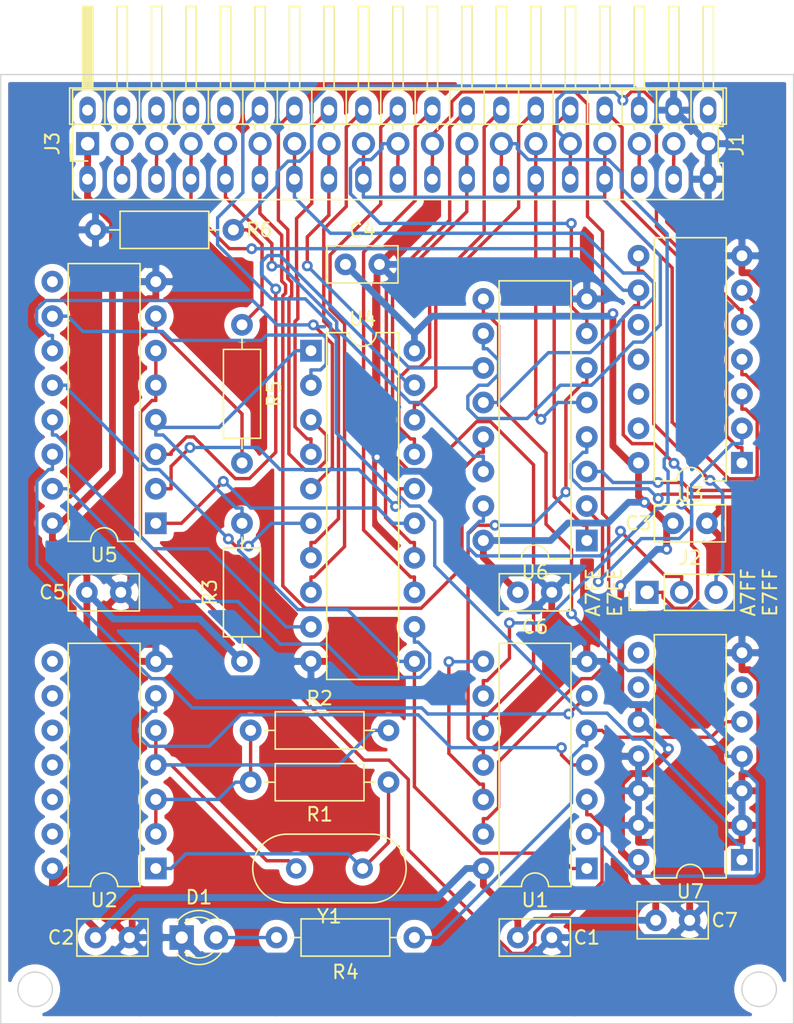
<source format=kicad_pcb>
(kicad_pcb (version 20171130) (host pcbnew "(5.1.8)-1")
  (layers (0 F.Cu signal) (31 B.Cu signal) (34 B.Paste user) (35 F.Paste user) (36 B.SilkS user) (37 F.SilkS user) (38 B.Mask user) (39 F.Mask user) (44 Edge.Cuts user))
  (net 0 "")
  (net 1 GND)
  (net 2 +5V)
  (net 3 "Net-(D1-Pad2)")
  (net 4 "Net-(J1-Pad19b)")
  (net 5 "Net-(J1-Pad18b)")
  (net 6 "Net-(J1-Pad18a)")
  (net 7 "Net-(J1-Pad17b)")
  (net 8 "Net-(J1-Pad17a)")
  (net 9 "Net-(J1-Pad16b)")
  (net 10 /A0)
  (net 11 "Net-(J1-Pad15b)")
  (net 12 /A1)
  (net 13 /\RESET)
  (net 14 /A2)
  (net 15 /D0)
  (net 16 /A3)
  (net 17 /D1)
  (net 18 /A4)
  (net 19 /D2)
  (net 20 /A5)
  (net 21 /D3)
  (net 22 /A6)
  (net 23 /D4)
  (net 24 /A7)
  (net 25 /D5)
  (net 26 /A8)
  (net 27 /D6)
  (net 28 /A10)
  (net 29 /D7)
  (net 30 /E)
  (net 31 /RW)
  (net 32 /SON)
  (net 33 "Net-(J1-Pad3a)")
  (net 34 "Net-(J1-Pad1b)")
  (net 35 "Net-(R1-Pad2)")
  (net 36 "Net-(R1-Pad1)")
  (net 37 "Net-(R2-Pad2)")
  (net 38 /LT1)
  (net 39 "Net-(R4-Pad2)")
  (net 40 "Net-(R5-Pad2)")
  (net 41 "Net-(U1-Pad6)")
  (net 42 "Net-(U1-Pad12)")
  (net 43 "Net-(U1-Pad11)")
  (net 44 "Net-(U1-Pad4)")
  (net 45 "Net-(U1-Pad3)")
  (net 46 "Net-(U1-Pad2)")
  (net 47 "Net-(U3-Pad6)")
  (net 48 "Net-(U3-Pad4)")
  (net 49 "Net-(U3-Pad2)")
  (net 50 "Net-(U4-Pad19)")
  (net 51 "Net-(U4-Pad9)")
  (net 52 "Net-(U4-Pad16)")
  (net 53 "Net-(U4-Pad6)")
  (net 54 "Net-(U4-Pad15)")
  (net 55 "Net-(U4-Pad5)")
  (net 56 "Net-(U4-Pad12)")
  (net 57 "Net-(U4-Pad2)")
  (net 58 "Net-(U5-Pad9)")
  (net 59 "Net-(U7-Pad6)")
  (net 60 /A9)
  (net 61 /A11)
  (net 62 /\EXXX)
  (net 63 "Net-(J1-Pad2a)")
  (net 64 "Net-(J2-Pad3)")
  (net 65 "Net-(J2-Pad2)")
  (net 66 "Net-(U7-Pad9)")
  (net 67 "Net-(U7-Pad8)")
  (module Resistor_THT:R_Axial_DIN0207_L6.3mm_D2.5mm_P10.16mm_Horizontal (layer F.Cu) (at 93.345 64.77 180)
    (fp_text reference R6 (at -1.905 0) (layer F.SilkS))
    (fp_text value 1000)
    (pad 2 thru_hole oval (at 10.16 0 180) (size 1.6 1.6) (drill 0.8) (layers *.Cu *.Mask) (net 1 GND))
    (pad 1 thru_hole circle (at 0 0 180) (size 1.6 1.6) (drill 0.8) (layers *.Cu *.Mask) (net 32 /SON))
  )
  (module Connector_PinHeader_2.54mm:PinHeader_1x03_P2.54mm_Vertical (layer F.Cu) (at 123.825 91.44 90)
    (fp_text reference J2 (at 2.54 3.175 180) (layer F.SilkS))
    (fp_text value Conn_01x03_Male)
    (pad 3 thru_hole oval (at 0 5.08 90) (size 1.7 1.7) (drill 1) (layers *.Cu *.Mask) (net 64 "Net-(J2-Pad3)"))
    (pad 2 thru_hole oval (at 0 2.54 90) (size 1.7 1.7) (drill 1) (layers *.Cu *.Mask) (net 65 "Net-(J2-Pad2)"))
    (pad 1 thru_hole rect (at 0 0 90) (size 1.7 1.7) (drill 1) (layers *.Cu *.Mask) (net 10 /A0))
  )
  (module Crystal:Crystal_HC18-U_Vertical (layer F.Cu) (at 102.87 111.76 180)
    (fp_text reference Y1 (at 2.45 -3.525) (layer F.SilkS))
    (fp_text value "3.576 MHz")
    (pad 2 thru_hole circle (at 4.9 0 180) (size 1.5 1.5) (drill 0.8) (layers *.Cu *.Mask) (net 37 "Net-(R2-Pad2)"))
    (pad 1 thru_hole circle (at 0 0 180) (size 1.5 1.5) (drill 0.8) (layers *.Cu *.Mask) (net 36 "Net-(R1-Pad1)"))
  )
  (module Package_DIP:DIP-14_W7.62mm (layer F.Cu) (at 130.81 111.125 180)
    (fp_text reference U7 (at 3.81 -2.33) (layer F.SilkS))
    (fp_text value 74LS74)
    (pad 14 thru_hole oval (at 7.62 0 180) (size 1.6 1.6) (drill 0.8) (layers *.Cu *.Mask) (net 2 +5V))
    (pad 7 thru_hole oval (at 0 15.24 180) (size 1.6 1.6) (drill 0.8) (layers *.Cu *.Mask) (net 1 GND))
    (pad 13 thru_hole oval (at 7.62 2.54 180) (size 1.6 1.6) (drill 0.8) (layers *.Cu *.Mask) (net 1 GND))
    (pad 6 thru_hole oval (at 0 12.7 180) (size 1.6 1.6) (drill 0.8) (layers *.Cu *.Mask) (net 59 "Net-(U7-Pad6)"))
    (pad 12 thru_hole oval (at 7.62 5.08 180) (size 1.6 1.6) (drill 0.8) (layers *.Cu *.Mask) (net 1 GND))
    (pad 5 thru_hole oval (at 0 10.16 180) (size 1.6 1.6) (drill 0.8) (layers *.Cu *.Mask) (net 39 "Net-(R4-Pad2)"))
    (pad 11 thru_hole oval (at 7.62 7.62 180) (size 1.6 1.6) (drill 0.8) (layers *.Cu *.Mask) (net 1 GND))
    (pad 4 thru_hole oval (at 0 7.62 180) (size 1.6 1.6) (drill 0.8) (layers *.Cu *.Mask) (net 46 "Net-(U1-Pad2)"))
    (pad 10 thru_hole oval (at 7.62 10.16 180) (size 1.6 1.6) (drill 0.8) (layers *.Cu *.Mask) (net 2 +5V))
    (pad 3 thru_hole oval (at 0 5.08 180) (size 1.6 1.6) (drill 0.8) (layers *.Cu *.Mask) (net 1 GND))
    (pad 9 thru_hole oval (at 7.62 12.7 180) (size 1.6 1.6) (drill 0.8) (layers *.Cu *.Mask) (net 66 "Net-(U7-Pad9)"))
    (pad 2 thru_hole oval (at 0 2.54 180) (size 1.6 1.6) (drill 0.8) (layers *.Cu *.Mask) (net 1 GND))
    (pad 8 thru_hole oval (at 7.62 15.24 180) (size 1.6 1.6) (drill 0.8) (layers *.Cu *.Mask) (net 67 "Net-(U7-Pad8)"))
    (pad 1 thru_hole rect (at 0 0 180) (size 1.6 1.6) (drill 0.8) (layers *.Cu *.Mask) (net 13 /\RESET))
  )
  (module Package_DIP:DIP-16_W7.62mm (layer F.Cu) (at 119.38 87.63 180)
    (fp_text reference U6 (at 3.81 -2.33) (layer F.SilkS))
    (fp_text value 74LS133)
    (pad 16 thru_hole oval (at 7.62 0 180) (size 1.6 1.6) (drill 0.8) (layers *.Cu *.Mask) (net 2 +5V))
    (pad 8 thru_hole oval (at 0 17.78 180) (size 1.6 1.6) (drill 0.8) (layers *.Cu *.Mask) (net 1 GND))
    (pad 15 thru_hole oval (at 7.62 2.54 180) (size 1.6 1.6) (drill 0.8) (layers *.Cu *.Mask) (net 65 "Net-(J2-Pad2)"))
    (pad 7 thru_hole oval (at 0 15.24 180) (size 1.6 1.6) (drill 0.8) (layers *.Cu *.Mask) (net 22 /A6))
    (pad 14 thru_hole oval (at 7.62 5.08 180) (size 1.6 1.6) (drill 0.8) (layers *.Cu *.Mask) (net 12 /A1))
    (pad 6 thru_hole oval (at 0 12.7 180) (size 1.6 1.6) (drill 0.8) (layers *.Cu *.Mask) (net 43 "Net-(U1-Pad11)"))
    (pad 13 thru_hole oval (at 7.62 7.62 180) (size 1.6 1.6) (drill 0.8) (layers *.Cu *.Mask) (net 14 /A2))
    (pad 5 thru_hole oval (at 0 10.16 180) (size 1.6 1.6) (drill 0.8) (layers *.Cu *.Mask) (net 28 /A10))
    (pad 12 thru_hole oval (at 7.62 10.16 180) (size 1.6 1.6) (drill 0.8) (layers *.Cu *.Mask) (net 16 /A3))
    (pad 4 thru_hole oval (at 0 7.62 180) (size 1.6 1.6) (drill 0.8) (layers *.Cu *.Mask) (net 47 "Net-(U3-Pad6)"))
    (pad 11 thru_hole oval (at 7.62 12.7 180) (size 1.6 1.6) (drill 0.8) (layers *.Cu *.Mask) (net 18 /A4))
    (pad 3 thru_hole oval (at 0 5.08 180) (size 1.6 1.6) (drill 0.8) (layers *.Cu *.Mask) (net 48 "Net-(U3-Pad4)"))
    (pad 10 thru_hole oval (at 7.62 15.24 180) (size 1.6 1.6) (drill 0.8) (layers *.Cu *.Mask) (net 20 /A5))
    (pad 2 thru_hole oval (at 0 2.54 180) (size 1.6 1.6) (drill 0.8) (layers *.Cu *.Mask) (net 49 "Net-(U3-Pad2)"))
    (pad 9 thru_hole oval (at 7.62 17.78 180) (size 1.6 1.6) (drill 0.8) (layers *.Cu *.Mask) (net 46 "Net-(U1-Pad2)"))
    (pad 1 thru_hole rect (at 0 0 180) (size 1.6 1.6) (drill 0.8) (layers *.Cu *.Mask) (net 30 /E))
  )
  (module Package_DIP:DIP-16_W7.62mm (layer F.Cu) (at 87.63 86.36 180)
    (fp_text reference U5 (at 3.81 -2.33) (layer F.SilkS))
    (fp_text value SN76489AN)
    (pad 16 thru_hole oval (at 7.62 0 180) (size 1.6 1.6) (drill 0.8) (layers *.Cu *.Mask) (net 2 +5V))
    (pad 8 thru_hole oval (at 0 17.78 180) (size 1.6 1.6) (drill 0.8) (layers *.Cu *.Mask) (net 1 GND))
    (pad 15 thru_hole oval (at 7.62 2.54 180) (size 1.6 1.6) (drill 0.8) (layers *.Cu *.Mask) (net 56 "Net-(U4-Pad12)"))
    (pad 7 thru_hole oval (at 0 15.24 180) (size 1.6 1.6) (drill 0.8) (layers *.Cu *.Mask) (net 40 "Net-(R5-Pad2)"))
    (pad 14 thru_hole oval (at 7.62 5.08 180) (size 1.6 1.6) (drill 0.8) (layers *.Cu *.Mask) (net 41 "Net-(U1-Pad6)"))
    (pad 6 thru_hole oval (at 0 12.7 180) (size 1.6 1.6) (drill 0.8) (layers *.Cu *.Mask) (net 45 "Net-(U1-Pad3)"))
    (pad 13 thru_hole oval (at 7.62 7.62 180) (size 1.6 1.6) (drill 0.8) (layers *.Cu *.Mask) (net 51 "Net-(U4-Pad9)"))
    (pad 5 thru_hole oval (at 0 10.16 180) (size 1.6 1.6) (drill 0.8) (layers *.Cu *.Mask) (net 45 "Net-(U1-Pad3)"))
    (pad 12 thru_hole oval (at 7.62 10.16 180) (size 1.6 1.6) (drill 0.8) (layers *.Cu *.Mask) (net 53 "Net-(U4-Pad6)"))
    (pad 4 thru_hole oval (at 0 7.62 180) (size 1.6 1.6) (drill 0.8) (layers *.Cu *.Mask) (net 38 /LT1))
    (pad 11 thru_hole oval (at 7.62 12.7 180) (size 1.6 1.6) (drill 0.8) (layers *.Cu *.Mask) (net 55 "Net-(U4-Pad5)"))
    (pad 3 thru_hole oval (at 0 5.08 180) (size 1.6 1.6) (drill 0.8) (layers *.Cu *.Mask) (net 50 "Net-(U4-Pad19)"))
    (pad 10 thru_hole oval (at 7.62 15.24 180) (size 1.6 1.6) (drill 0.8) (layers *.Cu *.Mask) (net 57 "Net-(U4-Pad2)"))
    (pad 2 thru_hole oval (at 0 2.54 180) (size 1.6 1.6) (drill 0.8) (layers *.Cu *.Mask) (net 52 "Net-(U4-Pad16)"))
    (pad 9 thru_hole oval (at 7.62 17.78 180) (size 1.6 1.6) (drill 0.8) (layers *.Cu *.Mask) (net 58 "Net-(U5-Pad9)"))
    (pad 1 thru_hole rect (at 0 0 180) (size 1.6 1.6) (drill 0.8) (layers *.Cu *.Mask) (net 54 "Net-(U4-Pad15)"))
  )
  (module Package_DIP:DIP-20_W7.62mm (layer F.Cu) (at 99.06 73.66)
    (fp_text reference U4 (at 3.81 -2.33) (layer F.SilkS))
    (fp_text value 74LS373)
    (pad 20 thru_hole oval (at 7.62 0) (size 1.6 1.6) (drill 0.8) (layers *.Cu *.Mask) (net 2 +5V))
    (pad 10 thru_hole oval (at 0 22.86) (size 1.6 1.6) (drill 0.8) (layers *.Cu *.Mask) (net 1 GND))
    (pad 19 thru_hole oval (at 7.62 2.54) (size 1.6 1.6) (drill 0.8) (layers *.Cu *.Mask) (net 50 "Net-(U4-Pad19)"))
    (pad 9 thru_hole oval (at 0 20.32) (size 1.6 1.6) (drill 0.8) (layers *.Cu *.Mask) (net 51 "Net-(U4-Pad9)"))
    (pad 18 thru_hole oval (at 7.62 5.08) (size 1.6 1.6) (drill 0.8) (layers *.Cu *.Mask) (net 29 /D7))
    (pad 8 thru_hole oval (at 0 17.78) (size 1.6 1.6) (drill 0.8) (layers *.Cu *.Mask) (net 21 /D3))
    (pad 17 thru_hole oval (at 7.62 7.62) (size 1.6 1.6) (drill 0.8) (layers *.Cu *.Mask) (net 27 /D6))
    (pad 7 thru_hole oval (at 0 15.24) (size 1.6 1.6) (drill 0.8) (layers *.Cu *.Mask) (net 19 /D2))
    (pad 16 thru_hole oval (at 7.62 10.16) (size 1.6 1.6) (drill 0.8) (layers *.Cu *.Mask) (net 52 "Net-(U4-Pad16)"))
    (pad 6 thru_hole oval (at 0 12.7) (size 1.6 1.6) (drill 0.8) (layers *.Cu *.Mask) (net 53 "Net-(U4-Pad6)"))
    (pad 15 thru_hole oval (at 7.62 12.7) (size 1.6 1.6) (drill 0.8) (layers *.Cu *.Mask) (net 54 "Net-(U4-Pad15)"))
    (pad 5 thru_hole oval (at 0 10.16) (size 1.6 1.6) (drill 0.8) (layers *.Cu *.Mask) (net 55 "Net-(U4-Pad5)"))
    (pad 14 thru_hole oval (at 7.62 15.24) (size 1.6 1.6) (drill 0.8) (layers *.Cu *.Mask) (net 25 /D5))
    (pad 4 thru_hole oval (at 0 7.62) (size 1.6 1.6) (drill 0.8) (layers *.Cu *.Mask) (net 17 /D1))
    (pad 13 thru_hole oval (at 7.62 17.78) (size 1.6 1.6) (drill 0.8) (layers *.Cu *.Mask) (net 23 /D4))
    (pad 3 thru_hole oval (at 0 5.08) (size 1.6 1.6) (drill 0.8) (layers *.Cu *.Mask) (net 15 /D0))
    (pad 12 thru_hole oval (at 7.62 20.32) (size 1.6 1.6) (drill 0.8) (layers *.Cu *.Mask) (net 56 "Net-(U4-Pad12)"))
    (pad 2 thru_hole oval (at 0 2.54) (size 1.6 1.6) (drill 0.8) (layers *.Cu *.Mask) (net 57 "Net-(U4-Pad2)"))
    (pad 11 thru_hole oval (at 7.62 22.86) (size 1.6 1.6) (drill 0.8) (layers *.Cu *.Mask) (net 38 /LT1))
    (pad 1 thru_hole rect (at 0 0) (size 1.6 1.6) (drill 0.8) (layers *.Cu *.Mask) (net 38 /LT1))
  )
  (module Package_DIP:DIP-14_W7.62mm (layer F.Cu) (at 130.81 81.915 180)
    (fp_text reference U3 (at 3.81 -2.33) (layer F.SilkS))
    (fp_text value 74LS04)
    (pad 14 thru_hole oval (at 7.62 0 180) (size 1.6 1.6) (drill 0.8) (layers *.Cu *.Mask) (net 2 +5V))
    (pad 7 thru_hole oval (at 0 15.24 180) (size 1.6 1.6) (drill 0.8) (layers *.Cu *.Mask) (net 1 GND))
    (pad 13 thru_hole oval (at 7.62 2.54 180) (size 1.6 1.6) (drill 0.8) (layers *.Cu *.Mask))
    (pad 6 thru_hole oval (at 0 12.7 180) (size 1.6 1.6) (drill 0.8) (layers *.Cu *.Mask) (net 47 "Net-(U3-Pad6)"))
    (pad 12 thru_hole oval (at 7.62 5.08 180) (size 1.6 1.6) (drill 0.8) (layers *.Cu *.Mask))
    (pad 5 thru_hole oval (at 0 10.16 180) (size 1.6 1.6) (drill 0.8) (layers *.Cu *.Mask) (net 61 /A11))
    (pad 11 thru_hole oval (at 7.62 7.62 180) (size 1.6 1.6) (drill 0.8) (layers *.Cu *.Mask))
    (pad 4 thru_hole oval (at 0 7.62 180) (size 1.6 1.6) (drill 0.8) (layers *.Cu *.Mask) (net 48 "Net-(U3-Pad4)"))
    (pad 10 thru_hole oval (at 7.62 10.16 180) (size 1.6 1.6) (drill 0.8) (layers *.Cu *.Mask))
    (pad 3 thru_hole oval (at 0 5.08 180) (size 1.6 1.6) (drill 0.8) (layers *.Cu *.Mask) (net 62 /\EXXX))
    (pad 9 thru_hole oval (at 7.62 12.7 180) (size 1.6 1.6) (drill 0.8) (layers *.Cu *.Mask) (net 10 /A0))
    (pad 2 thru_hole oval (at 0 2.54 180) (size 1.6 1.6) (drill 0.8) (layers *.Cu *.Mask) (net 49 "Net-(U3-Pad2)"))
    (pad 8 thru_hole oval (at 7.62 15.24 180) (size 1.6 1.6) (drill 0.8) (layers *.Cu *.Mask) (net 64 "Net-(J2-Pad3)"))
    (pad 1 thru_hole rect (at 0 0 180) (size 1.6 1.6) (drill 0.8) (layers *.Cu *.Mask) (net 31 /RW))
  )
  (module Package_DIP:DIP-14_W7.62mm (layer F.Cu) (at 87.63 111.76 180)
    (fp_text reference U2 (at 3.81 -2.33) (layer F.SilkS))
    (fp_text value 74LS04)
    (pad 14 thru_hole oval (at 7.62 0 180) (size 1.6 1.6) (drill 0.8) (layers *.Cu *.Mask) (net 2 +5V))
    (pad 7 thru_hole oval (at 0 15.24 180) (size 1.6 1.6) (drill 0.8) (layers *.Cu *.Mask) (net 1 GND))
    (pad 13 thru_hole oval (at 7.62 2.54 180) (size 1.6 1.6) (drill 0.8) (layers *.Cu *.Mask))
    (pad 6 thru_hole oval (at 0 12.7 180) (size 1.6 1.6) (drill 0.8) (layers *.Cu *.Mask) (net 44 "Net-(U1-Pad4)"))
    (pad 12 thru_hole oval (at 7.62 5.08 180) (size 1.6 1.6) (drill 0.8) (layers *.Cu *.Mask))
    (pad 5 thru_hole oval (at 0 10.16 180) (size 1.6 1.6) (drill 0.8) (layers *.Cu *.Mask) (net 37 "Net-(R2-Pad2)"))
    (pad 11 thru_hole oval (at 7.62 7.62 180) (size 1.6 1.6) (drill 0.8) (layers *.Cu *.Mask))
    (pad 4 thru_hole oval (at 0 7.62 180) (size 1.6 1.6) (drill 0.8) (layers *.Cu *.Mask) (net 37 "Net-(R2-Pad2)"))
    (pad 10 thru_hole oval (at 7.62 10.16 180) (size 1.6 1.6) (drill 0.8) (layers *.Cu *.Mask))
    (pad 3 thru_hole oval (at 0 5.08 180) (size 1.6 1.6) (drill 0.8) (layers *.Cu *.Mask) (net 35 "Net-(R1-Pad2)"))
    (pad 9 thru_hole oval (at 7.62 12.7 180) (size 1.6 1.6) (drill 0.8) (layers *.Cu *.Mask))
    (pad 2 thru_hole oval (at 0 2.54 180) (size 1.6 1.6) (drill 0.8) (layers *.Cu *.Mask) (net 35 "Net-(R1-Pad2)"))
    (pad 8 thru_hole oval (at 7.62 15.24 180) (size 1.6 1.6) (drill 0.8) (layers *.Cu *.Mask))
    (pad 1 thru_hole rect (at 0 0 180) (size 1.6 1.6) (drill 0.8) (layers *.Cu *.Mask) (net 36 "Net-(R1-Pad1)"))
  )
  (module Package_DIP:DIP-14_W7.62mm (layer F.Cu) (at 119.38 111.76 180)
    (fp_text reference U1 (at 3.81 -2.33) (layer F.SilkS))
    (fp_text value 74LS08)
    (pad 14 thru_hole oval (at 7.62 0 180) (size 1.6 1.6) (drill 0.8) (layers *.Cu *.Mask) (net 2 +5V))
    (pad 7 thru_hole oval (at 0 15.24 180) (size 1.6 1.6) (drill 0.8) (layers *.Cu *.Mask) (net 1 GND))
    (pad 13 thru_hole oval (at 7.62 2.54 180) (size 1.6 1.6) (drill 0.8) (layers *.Cu *.Mask) (net 24 /A7))
    (pad 6 thru_hole oval (at 0 12.7 180) (size 1.6 1.6) (drill 0.8) (layers *.Cu *.Mask) (net 41 "Net-(U1-Pad6)"))
    (pad 12 thru_hole oval (at 7.62 5.08 180) (size 1.6 1.6) (drill 0.8) (layers *.Cu *.Mask) (net 42 "Net-(U1-Pad12)"))
    (pad 5 thru_hole oval (at 0 10.16 180) (size 1.6 1.6) (drill 0.8) (layers *.Cu *.Mask) (net 39 "Net-(R4-Pad2)"))
    (pad 11 thru_hole oval (at 7.62 7.62 180) (size 1.6 1.6) (drill 0.8) (layers *.Cu *.Mask) (net 43 "Net-(U1-Pad11)"))
    (pad 4 thru_hole oval (at 0 7.62 180) (size 1.6 1.6) (drill 0.8) (layers *.Cu *.Mask) (net 44 "Net-(U1-Pad4)"))
    (pad 10 thru_hole oval (at 7.62 10.16 180) (size 1.6 1.6) (drill 0.8) (layers *.Cu *.Mask) (net 26 /A8))
    (pad 3 thru_hole oval (at 0 5.08 180) (size 1.6 1.6) (drill 0.8) (layers *.Cu *.Mask) (net 45 "Net-(U1-Pad3)"))
    (pad 9 thru_hole oval (at 7.62 12.7 180) (size 1.6 1.6) (drill 0.8) (layers *.Cu *.Mask) (net 60 /A9))
    (pad 2 thru_hole oval (at 0 2.54 180) (size 1.6 1.6) (drill 0.8) (layers *.Cu *.Mask) (net 46 "Net-(U1-Pad2)"))
    (pad 8 thru_hole oval (at 7.62 15.24 180) (size 1.6 1.6) (drill 0.8) (layers *.Cu *.Mask) (net 42 "Net-(U1-Pad12)"))
    (pad 1 thru_hole rect (at 0 0 180) (size 1.6 1.6) (drill 0.8) (layers *.Cu *.Mask) (net 38 /LT1))
  )
  (module Resistor_THT:R_Axial_DIN0207_L6.3mm_D2.5mm_P10.16mm_Horizontal (layer F.Cu) (at 93.98 71.755 270)
    (fp_text reference R5 (at 5.08 -2.37 90) (layer F.SilkS))
    (fp_text value 1000)
    (pad 2 thru_hole oval (at 10.16 0 270) (size 1.6 1.6) (drill 0.8) (layers *.Cu *.Mask) (net 40 "Net-(R5-Pad2)"))
    (pad 1 thru_hole circle (at 0 0 270) (size 1.6 1.6) (drill 0.8) (layers *.Cu *.Mask) (net 32 /SON))
  )
  (module Resistor_THT:R_Axial_DIN0207_L6.3mm_D2.5mm_P10.16mm_Horizontal (layer F.Cu) (at 96.52 116.84)
    (fp_text reference R4 (at 5.08 2.54) (layer F.SilkS))
    (fp_text value 250)
    (pad 2 thru_hole oval (at 10.16 0) (size 1.6 1.6) (drill 0.8) (layers *.Cu *.Mask) (net 39 "Net-(R4-Pad2)"))
    (pad 1 thru_hole circle (at 0 0) (size 1.6 1.6) (drill 0.8) (layers *.Cu *.Mask) (net 3 "Net-(D1-Pad2)"))
  )
  (module Resistor_THT:R_Axial_DIN0207_L6.3mm_D2.5mm_P10.16mm_Horizontal (layer F.Cu) (at 93.98 96.52 90)
    (fp_text reference R3 (at 5.08 -2.37 90) (layer F.SilkS))
    (fp_text value 2000)
    (pad 2 thru_hole oval (at 10.16 0 90) (size 1.6 1.6) (drill 0.8) (layers *.Cu *.Mask) (net 38 /LT1))
    (pad 1 thru_hole circle (at 0 0 90) (size 1.6 1.6) (drill 0.8) (layers *.Cu *.Mask) (net 2 +5V))
  )
  (module Resistor_THT:R_Axial_DIN0207_L6.3mm_D2.5mm_P10.16mm_Horizontal (layer F.Cu) (at 94.615 101.6)
    (fp_text reference R2 (at 5.08 -2.37) (layer F.SilkS))
    (fp_text value 2000)
    (pad 2 thru_hole oval (at 10.16 0) (size 1.6 1.6) (drill 0.8) (layers *.Cu *.Mask) (net 37 "Net-(R2-Pad2)"))
    (pad 1 thru_hole circle (at 0 0) (size 1.6 1.6) (drill 0.8) (layers *.Cu *.Mask) (net 35 "Net-(R1-Pad2)"))
  )
  (module Resistor_THT:R_Axial_DIN0207_L6.3mm_D2.5mm_P10.16mm_Horizontal (layer F.Cu) (at 104.775 105.41 180)
    (fp_text reference R1 (at 5.08 -2.37) (layer F.SilkS))
    (fp_text value 2000)
    (pad 2 thru_hole oval (at 10.16 0 180) (size 1.6 1.6) (drill 0.8) (layers *.Cu *.Mask) (net 35 "Net-(R1-Pad2)"))
    (pad 1 thru_hole circle (at 0 0 180) (size 1.6 1.6) (drill 0.8) (layers *.Cu *.Mask) (net 36 "Net-(R1-Pad1)"))
  )
  (module Connector_PinHeader_2.54mm:PinHeader_1x19_P2.54mm_Horizontal (layer F.Cu) (at 82.61 58.43 90)
    (fp_text reference J3 (at 0.01 -2.6 90) (layer F.SilkS))
    (fp_text value Conn_01x19)
    (pad 19 thru_hole oval (at 0 45.72 90) (size 1.7 1.7) (drill 1) (layers *.Cu *.Mask) (net 1 GND))
    (pad 18 thru_hole oval (at 0 43.18 90) (size 1.7 1.7) (drill 1) (layers *.Cu *.Mask) (net 63 "Net-(J1-Pad2a)"))
    (pad 17 thru_hole oval (at 0 40.64 90) (size 1.7 1.7) (drill 1) (layers *.Cu *.Mask) (net 33 "Net-(J1-Pad3a)"))
    (pad 16 thru_hole oval (at 0 38.1 90) (size 1.7 1.7) (drill 1) (layers *.Cu *.Mask) (net 62 /\EXXX))
    (pad 15 thru_hole oval (at 0 35.56 90) (size 1.7 1.7) (drill 1) (layers *.Cu *.Mask) (net 61 /A11))
    (pad 14 thru_hole oval (at 0 33.02 90) (size 1.7 1.7) (drill 1) (layers *.Cu *.Mask) (net 28 /A10))
    (pad 13 thru_hole oval (at 0 30.48 90) (size 1.7 1.7) (drill 1) (layers *.Cu *.Mask) (net 60 /A9))
    (pad 12 thru_hole oval (at 0 27.94 90) (size 1.7 1.7) (drill 1) (layers *.Cu *.Mask) (net 26 /A8))
    (pad 11 thru_hole oval (at 0 25.4 90) (size 1.7 1.7) (drill 1) (layers *.Cu *.Mask) (net 24 /A7))
    (pad 10 thru_hole oval (at 0 22.86 90) (size 1.7 1.7) (drill 1) (layers *.Cu *.Mask) (net 22 /A6))
    (pad 9 thru_hole oval (at 0 20.32 90) (size 1.7 1.7) (drill 1) (layers *.Cu *.Mask) (net 20 /A5))
    (pad 8 thru_hole oval (at 0 17.78 90) (size 1.7 1.7) (drill 1) (layers *.Cu *.Mask) (net 18 /A4))
    (pad 7 thru_hole oval (at 0 15.24 90) (size 1.7 1.7) (drill 1) (layers *.Cu *.Mask) (net 16 /A3))
    (pad 6 thru_hole oval (at 0 12.7 90) (size 1.7 1.7) (drill 1) (layers *.Cu *.Mask) (net 14 /A2))
    (pad 5 thru_hole oval (at 0 10.16 90) (size 1.7 1.7) (drill 1) (layers *.Cu *.Mask) (net 12 /A1))
    (pad 4 thru_hole oval (at 0 7.62 90) (size 1.7 1.7) (drill 1) (layers *.Cu *.Mask) (net 10 /A0))
    (pad 3 thru_hole oval (at 0 5.08 90) (size 1.7 1.7) (drill 1) (layers *.Cu *.Mask) (net 8 "Net-(J1-Pad17a)"))
    (pad 2 thru_hole oval (at 0 2.54 90) (size 1.7 1.7) (drill 1) (layers *.Cu *.Mask) (net 6 "Net-(J1-Pad18a)"))
    (pad 1 thru_hole rect (at 0 0 90) (size 1.7 1.7) (drill 1) (layers *.Cu *.Mask) (net 2 +5V))
  )
  (module Custom:DIP-38_Edge_Connector (layer F.Cu) (at 105.46 58.5 180)
    (fp_text reference J1 (at -24.96 0 90) (layer F.SilkS))
    (fp_text value Conn_02x19_Row_Letter_Last)
    (pad 19b thru_hole oval (at 22.86 2.54 180) (size 1.2 2) (drill 0.8) (layers *.Cu *.Mask) (net 4 "Net-(J1-Pad19b)"))
    (pad 19a thru_hole oval (at 22.86 -2.54 180) (size 1.2 2) (drill 0.8) (layers *.Cu *.Mask) (net 2 +5V))
    (pad 18b thru_hole oval (at 20.32 2.54 180) (size 1.2 2) (drill 0.8) (layers *.Cu *.Mask) (net 5 "Net-(J1-Pad18b)"))
    (pad 18a thru_hole oval (at 20.32 -2.54 180) (size 1.2 2) (drill 0.8) (layers *.Cu *.Mask) (net 6 "Net-(J1-Pad18a)"))
    (pad 17b thru_hole oval (at 17.78 2.54 180) (size 1.2 2) (drill 0.8) (layers *.Cu *.Mask) (net 7 "Net-(J1-Pad17b)"))
    (pad 17a thru_hole oval (at 17.78 -2.54 180) (size 1.2 2) (drill 0.8) (layers *.Cu *.Mask) (net 8 "Net-(J1-Pad17a)"))
    (pad 16b thru_hole oval (at 15.24 2.54 180) (size 1.2 2) (drill 0.8) (layers *.Cu *.Mask) (net 9 "Net-(J1-Pad16b)"))
    (pad 16a thru_hole oval (at 15.24 -2.54 180) (size 1.2 2) (drill 0.8) (layers *.Cu *.Mask) (net 10 /A0))
    (pad 15b thru_hole oval (at 12.7 2.54 180) (size 1.2 2) (drill 0.8) (layers *.Cu *.Mask) (net 11 "Net-(J1-Pad15b)"))
    (pad 15a thru_hole oval (at 12.7 -2.54 180) (size 1.2 2) (drill 0.8) (layers *.Cu *.Mask) (net 12 /A1))
    (pad 14b thru_hole oval (at 10.16 2.54 180) (size 1.2 2) (drill 0.8) (layers *.Cu *.Mask) (net 13 /\RESET))
    (pad 14a thru_hole oval (at 10.16 -2.54 180) (size 1.2 2) (drill 0.8) (layers *.Cu *.Mask) (net 14 /A2))
    (pad 13b thru_hole oval (at 7.62 2.54 180) (size 1.2 2) (drill 0.8) (layers *.Cu *.Mask) (net 15 /D0))
    (pad 13a thru_hole oval (at 7.62 -2.54 180) (size 1.2 2) (drill 0.8) (layers *.Cu *.Mask) (net 16 /A3))
    (pad 12b thru_hole oval (at 5.08 2.54 180) (size 1.2 2) (drill 0.8) (layers *.Cu *.Mask) (net 17 /D1))
    (pad 12a thru_hole oval (at 5.08 -2.54 180) (size 1.2 2) (drill 0.8) (layers *.Cu *.Mask) (net 18 /A4))
    (pad 11b thru_hole oval (at 2.54 2.54 180) (size 1.2 2) (drill 0.8) (layers *.Cu *.Mask) (net 19 /D2))
    (pad 11a thru_hole oval (at 2.54 -2.54 180) (size 1.2 2) (drill 0.8) (layers *.Cu *.Mask) (net 20 /A5))
    (pad 10b thru_hole oval (at 0 2.54 180) (size 1.2 2) (drill 0.8) (layers *.Cu *.Mask) (net 21 /D3))
    (pad 10a thru_hole oval (at 0 -2.54 180) (size 1.2 2) (drill 0.8) (layers *.Cu *.Mask) (net 22 /A6))
    (pad 9b thru_hole oval (at -2.54 2.54 180) (size 1.2 2) (drill 0.8) (layers *.Cu *.Mask) (net 23 /D4))
    (pad 9a thru_hole oval (at -2.54 -2.54 180) (size 1.2 2) (drill 0.8) (layers *.Cu *.Mask) (net 24 /A7))
    (pad 8b thru_hole oval (at -5.08 2.54 180) (size 1.2 2) (drill 0.8) (layers *.Cu *.Mask) (net 25 /D5))
    (pad 8a thru_hole oval (at -5.08 -2.54 180) (size 1.2 2) (drill 0.8) (layers *.Cu *.Mask) (net 26 /A8))
    (pad 7b thru_hole oval (at -7.62 2.54 180) (size 1.2 2) (drill 0.8) (layers *.Cu *.Mask) (net 27 /D6))
    (pad 7a thru_hole oval (at -7.62 -2.54 180) (size 1.2 2) (drill 0.8) (layers *.Cu *.Mask) (net 60 /A9))
    (pad 6b thru_hole oval (at -10.16 2.54 180) (size 1.2 2) (drill 0.8) (layers *.Cu *.Mask) (net 29 /D7))
    (pad 6a thru_hole oval (at -10.16 -2.54 180) (size 1.2 2) (drill 0.8) (layers *.Cu *.Mask) (net 28 /A10))
    (pad 5b thru_hole oval (at -12.7 2.54 180) (size 1.2 2) (drill 0.8) (layers *.Cu *.Mask) (net 30 /E))
    (pad 5a thru_hole oval (at -12.7 -2.54 180) (size 1.2 2) (drill 0.8) (layers *.Cu *.Mask) (net 61 /A11))
    (pad 4b thru_hole oval (at -15.24 2.54 180) (size 1.2 2) (drill 0.8) (layers *.Cu *.Mask) (net 31 /RW))
    (pad 4a thru_hole oval (at -15.24 -2.54 180) (size 1.2 2) (drill 0.8) (layers *.Cu *.Mask) (net 62 /\EXXX))
    (pad 3b thru_hole oval (at -17.78 2.54 180) (size 1.2 2) (drill 0.8) (layers *.Cu *.Mask) (net 32 /SON))
    (pad 3a thru_hole oval (at -17.78 -2.54 180) (size 1.2 2) (drill 0.8) (layers *.Cu *.Mask) (net 33 "Net-(J1-Pad3a)"))
    (pad 2b thru_hole oval (at -20.32 2.54 180) (size 1.2 2) (drill 0.8) (layers *.Cu *.Mask) (net 1 GND))
    (pad 2a thru_hole oval (at -20.32 -2.54 180) (size 1.2 2) (drill 0.8) (layers *.Cu *.Mask) (net 63 "Net-(J1-Pad2a)"))
    (pad 1b thru_hole oval (at -22.86 2.54 180) (size 1.2 2) (drill 0.8) (layers *.Cu *.Mask) (net 34 "Net-(J1-Pad1b)"))
    (pad 1a thru_hole oval (at -22.86 -2.54 180) (size 1.2 2) (drill 0.8) (layers *.Cu *.Mask) (net 1 GND))
  )
  (module LED_THT:LED_D3.0mm (layer F.Cu) (at 89.535 116.84)
    (fp_text reference D1 (at 1.27 -2.96) (layer F.SilkS))
    (fp_text value LED)
    (pad 2 thru_hole circle (at 2.54 0) (size 1.8 1.8) (drill 0.9) (layers *.Cu *.Mask) (net 3 "Net-(D1-Pad2)"))
    (pad 1 thru_hole rect (at 0 0) (size 1.8 1.8) (drill 0.9) (layers *.Cu *.Mask) (net 1 GND))
  )
  (module Capacitor_THT:C_Disc_D5.0mm_W2.5mm_P2.50mm (layer F.Cu) (at 124.46 115.57)
    (fp_text reference C7 (at 5.08 0) (layer F.SilkS))
    (fp_text value 100nF)
    (pad 2 thru_hole circle (at 2.5 0) (size 1.6 1.6) (drill 0.8) (layers *.Cu *.Mask) (net 1 GND))
    (pad 1 thru_hole circle (at 0 0) (size 1.6 1.6) (drill 0.8) (layers *.Cu *.Mask) (net 2 +5V))
  )
  (module Capacitor_THT:C_Disc_D5.0mm_W2.5mm_P2.50mm (layer F.Cu) (at 114.3 91.44)
    (fp_text reference C6 (at 1.27 2.54) (layer F.SilkS))
    (fp_text value 100nF)
    (pad 2 thru_hole circle (at 2.5 0) (size 1.6 1.6) (drill 0.8) (layers *.Cu *.Mask) (net 1 GND))
    (pad 1 thru_hole circle (at 0 0) (size 1.6 1.6) (drill 0.8) (layers *.Cu *.Mask) (net 2 +5V))
  )
  (module Capacitor_THT:C_Disc_D5.0mm_W2.5mm_P2.50mm (layer F.Cu) (at 82.55 91.44)
    (fp_text reference C5 (at -2.54 0) (layer F.SilkS))
    (fp_text value 100nF)
    (pad 2 thru_hole circle (at 2.5 0) (size 1.6 1.6) (drill 0.8) (layers *.Cu *.Mask) (net 1 GND))
    (pad 1 thru_hole circle (at 0 0) (size 1.6 1.6) (drill 0.8) (layers *.Cu *.Mask) (net 2 +5V))
  )
  (module Capacitor_THT:C_Disc_D5.0mm_W2.5mm_P2.50mm (layer F.Cu) (at 101.6 67.31)
    (fp_text reference C4 (at 1.25 -2.5) (layer F.SilkS))
    (fp_text value 100nF)
    (pad 2 thru_hole circle (at 2.5 0) (size 1.6 1.6) (drill 0.8) (layers *.Cu *.Mask) (net 1 GND))
    (pad 1 thru_hole circle (at 0 0) (size 1.6 1.6) (drill 0.8) (layers *.Cu *.Mask) (net 2 +5V))
  )
  (module Capacitor_THT:C_Disc_D5.0mm_W2.5mm_P2.50mm (layer F.Cu) (at 125.73 86.36)
    (fp_text reference C3 (at -2.54 0) (layer F.SilkS))
    (fp_text value 100nF)
    (pad 2 thru_hole circle (at 2.5 0) (size 1.6 1.6) (drill 0.8) (layers *.Cu *.Mask) (net 1 GND))
    (pad 1 thru_hole circle (at 0 0) (size 1.6 1.6) (drill 0.8) (layers *.Cu *.Mask) (net 2 +5V))
  )
  (module Capacitor_THT:C_Disc_D5.0mm_W2.5mm_P2.50mm (layer F.Cu) (at 83.185 116.84)
    (fp_text reference C2 (at -2.54 0) (layer F.SilkS))
    (fp_text value 100nF)
    (pad 2 thru_hole circle (at 2.5 0) (size 1.6 1.6) (drill 0.8) (layers *.Cu *.Mask) (net 1 GND))
    (pad 1 thru_hole circle (at 0 0) (size 1.6 1.6) (drill 0.8) (layers *.Cu *.Mask) (net 2 +5V))
  )
  (module Capacitor_THT:C_Disc_D5.0mm_W2.5mm_P2.50mm (layer F.Cu) (at 114.3 116.84)
    (fp_text reference C1 (at 5.08 0) (layer F.SilkS))
    (fp_text value 100nF)
    (pad 2 thru_hole circle (at 2.5 0) (size 1.6 1.6) (drill 0.8) (layers *.Cu *.Mask) (net 1 GND))
    (pad 1 thru_hole circle (at 0 0) (size 1.6 1.6) (drill 0.8) (layers *.Cu *.Mask) (net 2 +5V))
  )
  (gr_text "A7FE\nE7FE" (at 120.65 91.44 90) (layer F.SilkS) (effects (font (size 1 1))))
  (gr_text "A7FF\nE7FF" (at 132.08 91.44 90) (layer F.SilkS) (effects (font (size 1 1))))
  (gr_text "SN76489   REV 2.0     MO A7FE/F- TO E7FE/F" (at 104.14 121.92 180) (layer F.Cu) (effects (font (size 1 1) (thickness 0.25))))
  (gr_circle (center 78.74 120.65) (end 80.01 120.65) (layer Edge.Cuts) (width 0.1))
  (gr_circle (center 132.08 120.65) (end 132.08 121.92) (layer Edge.Cuts) (width 0.1))
  (gr_line (start 76.2 53.34) (end 105.41 53.34) (layer Edge.Cuts) (width 0.1))
  (gr_line (start 76.2 123.19) (end 76.2 53.34) (layer Edge.Cuts) (width 0.1))
  (gr_line (start 134.62 123.19) (end 76.2 123.19) (layer Edge.Cuts) (width 0.1))
  (gr_line (start 134.62 53.34) (end 134.62 123.19) (layer Edge.Cuts) (width 0.1))
  (gr_line (start 105.41 53.34) (end 134.62 53.34) (layer Edge.Cuts) (width 0.1))
  (segment (start 89.535 116.84) (end 90.8956 118.2006) (width 0.5) (layer B.Cu) (net 1))
  (segment (start 90.8956 118.2006) (end 115.4394 118.2006) (width 0.5) (layer B.Cu) (net 1))
  (segment (start 115.4394 118.2006) (end 116.8 116.84) (width 0.5) (layer B.Cu) (net 1))
  (segment (start 85.685 116.84) (end 89.535 116.84) (width 0.5) (layer B.Cu) (net 1))
  (segment (start 130.81 95.885) (end 130.81 97.1353) (width 0.5) (layer F.Cu) (net 1))
  (segment (start 130.81 97.1353) (end 131.357 97.1353) (width 0.5) (layer F.Cu) (net 1))
  (segment (start 131.357 97.1353) (end 132.1214 97.8997) (width 0.5) (layer F.Cu) (net 1))
  (segment (start 132.1214 97.8997) (end 132.1214 104.0272) (width 0.5) (layer F.Cu) (net 1))
  (segment (start 132.1214 104.0272) (end 131.3539 104.7947) (width 0.5) (layer F.Cu) (net 1))
  (segment (start 131.3539 104.7947) (end 130.81 104.7947) (width 0.5) (layer F.Cu) (net 1))
  (segment (start 129.4394 87.5693) (end 130.81 88.94) (width 0.5) (layer F.Cu) (net 1))
  (segment (start 130.81 88.94) (end 130.81 95.885) (width 0.5) (layer F.Cu) (net 1))
  (segment (start 130.81 106.045) (end 130.81 104.7947) (width 0.5) (layer F.Cu) (net 1))
  (segment (start 123.19 108.585) (end 123.19 106.045) (width 0.5) (layer F.Cu) (net 1))
  (segment (start 123.19 109.2101) (end 123.19 108.585) (width 0.5) (layer F.Cu) (net 1))
  (segment (start 123.19 109.2101) (end 123.19 109.8353) (width 0.5) (layer F.Cu) (net 1))
  (segment (start 123.19 106.045) (end 123.19 103.505) (width 0.5) (layer B.Cu) (net 1))
  (segment (start 126.96 112.6684) (end 129.7931 109.8353) (width 0.5) (layer F.Cu) (net 1))
  (segment (start 129.7931 109.8353) (end 130.81 109.8353) (width 0.5) (layer F.Cu) (net 1))
  (segment (start 126.96 115.57) (end 126.96 112.6684) (width 0.5) (layer F.Cu) (net 1))
  (segment (start 123.19 109.8353) (end 124.1269 109.8353) (width 0.5) (layer F.Cu) (net 1))
  (segment (start 124.1269 109.8353) (end 126.96 112.6684) (width 0.5) (layer F.Cu) (net 1))
  (segment (start 130.81 108.585) (end 130.81 109.8353) (width 0.5) (layer F.Cu) (net 1))
  (segment (start 130.81 106.045) (end 130.81 108.585) (width 0.5) (layer F.Cu) (net 1))
  (segment (start 129.4394 87.5693) (end 128.23 86.36) (width 0.5) (layer F.Cu) (net 1))
  (segment (start 129.4394 87.5693) (end 133.5326 83.4761) (width 0.5) (layer F.Cu) (net 1))
  (segment (start 133.5326 83.4761) (end 133.5326 70.104) (width 0.5) (layer F.Cu) (net 1))
  (segment (start 133.5326 70.104) (end 131.3539 67.9253) (width 0.5) (layer F.Cu) (net 1))
  (segment (start 131.3539 67.9253) (end 130.81 67.9253) (width 0.5) (layer F.Cu) (net 1))
  (segment (start 130.81 66.675) (end 130.81 67.9253) (width 0.5) (layer F.Cu) (net 1))
  (segment (start 87.63 68.58) (end 87.63 69.8303) (width 0.5) (layer F.Cu) (net 1))
  (segment (start 87.63 69.8303) (end 87.083 69.8303) (width 0.5) (layer F.Cu) (net 1))
  (segment (start 87.083 69.8303) (end 85.7803 71.133) (width 0.5) (layer F.Cu) (net 1))
  (segment (start 85.7803 71.133) (end 85.7803 90.7097) (width 0.5) (layer F.Cu) (net 1))
  (segment (start 85.7803 90.7097) (end 85.05 91.44) (width 0.5) (layer F.Cu) (net 1))
  (segment (start 119.38 96.52) (end 120.6303 96.52) (width 0.5) (layer B.Cu) (net 1))
  (segment (start 130.81 106.045) (end 129.5597 106.045) (width 0.5) (layer B.Cu) (net 1))
  (segment (start 129.5597 106.045) (end 129.5597 105.498) (width 0.5) (layer B.Cu) (net 1))
  (segment (start 129.5597 105.498) (end 123.7567 99.695) (width 0.5) (layer B.Cu) (net 1))
  (segment (start 123.7567 99.695) (end 122.6585 99.695) (width 0.5) (layer B.Cu) (net 1))
  (segment (start 122.6585 99.695) (end 120.6303 97.6668) (width 0.5) (layer B.Cu) (net 1))
  (segment (start 120.6303 97.6668) (end 120.6303 96.52) (width 0.5) (layer B.Cu) (net 1))
  (segment (start 103.9256 81.4966) (end 103.9256 67.4844) (width 0.5) (layer F.Cu) (net 1))
  (segment (start 103.9256 67.4844) (end 104.1 67.31) (width 0.5) (layer F.Cu) (net 1))
  (segment (start 116.8 91.44) (end 115.3743 90.0143) (width 0.5) (layer B.Cu) (net 1))
  (segment (start 115.3743 90.0143) (end 111.6911 90.0143) (width 0.5) (layer B.Cu) (net 1))
  (segment (start 111.6911 90.0143) (end 109.8353 88.1585) (width 0.5) (layer B.Cu) (net 1))
  (segment (start 109.8353 88.1585) (end 109.8353 85.2065) (width 0.5) (layer B.Cu) (net 1))
  (segment (start 109.8353 85.2065) (end 107.1592 82.5304) (width 0.5) (layer B.Cu) (net 1))
  (segment (start 107.1592 82.5304) (end 104.9594 82.5304) (width 0.5) (layer B.Cu) (net 1))
  (segment (start 104.9594 82.5304) (end 103.9256 81.4966) (width 0.5) (layer B.Cu) (net 1))
  (segment (start 116.8 91.44) (end 116.8 92.7676) (width 0.5) (layer F.Cu) (net 1))
  (segment (start 116.8 92.7676) (end 119.3021 95.2697) (width 0.5) (layer F.Cu) (net 1))
  (segment (start 119.3021 95.2697) (end 119.38 95.2697) (width 0.5) (layer F.Cu) (net 1))
  (segment (start 87.63 68.58) (end 87.63 67.3297) (width 0.5) (layer B.Cu) (net 1))
  (segment (start 83.185 64.77) (end 84.4353 64.77) (width 0.5) (layer B.Cu) (net 1))
  (segment (start 84.4353 64.77) (end 86.995 67.3297) (width 0.5) (layer B.Cu) (net 1))
  (segment (start 86.995 67.3297) (end 87.63 67.3297) (width 0.5) (layer B.Cu) (net 1))
  (segment (start 97.8097 96.52) (end 96.5292 97.8005) (width 0.5) (layer B.Cu) (net 1))
  (segment (start 96.5292 97.8005) (end 90.1608 97.8005) (width 0.5) (layer B.Cu) (net 1))
  (segment (start 90.1608 97.8005) (end 88.8803 96.52) (width 0.5) (layer B.Cu) (net 1))
  (segment (start 99.06 96.52) (end 97.8097 96.52) (width 0.5) (layer B.Cu) (net 1))
  (segment (start 87.63 96.52) (end 88.8803 96.52) (width 0.5) (layer B.Cu) (net 1))
  (segment (start 130.81 66.675) (end 130.81 65.4247) (width 0.5) (layer F.Cu) (net 1))
  (segment (start 130.81 65.4247) (end 128.32 62.9347) (width 0.5) (layer F.Cu) (net 1))
  (segment (start 128.32 62.9347) (end 128.32 61.04) (width 0.5) (layer F.Cu) (net 1))
  (segment (start 128.33 58.43) (end 125.86 55.96) (width 0.5) (layer B.Cu) (net 1))
  (segment (start 125.86 55.96) (end 125.78 55.96) (width 0.5) (layer B.Cu) (net 1))
  (segment (start 128.33 58.43) (end 128.33 59.7303) (width 0.5) (layer F.Cu) (net 1))
  (segment (start 128.33 59.7303) (end 128.32 59.7403) (width 0.5) (layer F.Cu) (net 1))
  (segment (start 128.32 59.7403) (end 128.32 61.04) (width 0.5) (layer F.Cu) (net 1))
  (segment (start 85.89 95.2697) (end 85.89 116.635) (width 0.5) (layer F.Cu) (net 1))
  (segment (start 85.89 116.635) (end 85.685 116.84) (width 0.5) (layer F.Cu) (net 1))
  (segment (start 85.05 91.44) (end 85.89 92.28) (width 0.5) (layer F.Cu) (net 1))
  (segment (start 85.89 92.28) (end 85.89 95.2697) (width 0.5) (layer F.Cu) (net 1))
  (segment (start 87.63 95.2697) (end 85.89 95.2697) (width 0.5) (layer F.Cu) (net 1))
  (segment (start 119.38 96.52) (end 119.38 95.2697) (width 0.5) (layer F.Cu) (net 1))
  (segment (start 87.63 96.52) (end 87.63 95.2697) (width 0.5) (layer F.Cu) (net 1))
  (segment (start 119.38 69.85) (end 118.1297 69.85) (width 0.5) (layer B.Cu) (net 1))
  (segment (start 118.1297 69.85) (end 115.5897 67.31) (width 0.5) (layer B.Cu) (net 1))
  (segment (start 115.5897 67.31) (end 104.1 67.31) (width 0.5) (layer B.Cu) (net 1))
  (segment (start 126.96 115.57) (end 125.69 116.84) (width 0.5) (layer B.Cu) (net 1))
  (segment (start 125.69 116.84) (end 116.8 116.84) (width 0.5) (layer B.Cu) (net 1))
  (via (at 103.9256 81.4966) (size 0.8) (layers F.Cu B.Cu) (net 1))
  (segment (start 111.76 111.76) (end 110.5097 111.76) (width 0.5) (layer B.Cu) (net 2))
  (segment (start 83.185 116.84) (end 86.1229 113.9021) (width 0.5) (layer B.Cu) (net 2))
  (segment (start 86.1229 113.9021) (end 108.3676 113.9021) (width 0.5) (layer B.Cu) (net 2))
  (segment (start 108.3676 113.9021) (end 110.5097 111.76) (width 0.5) (layer B.Cu) (net 2))
  (segment (start 125.4008 102.9508) (end 123.415 100.965) (width 0.5) (layer B.Cu) (net 2))
  (segment (start 123.415 100.965) (end 123.19 100.965) (width 0.5) (layer B.Cu) (net 2))
  (segment (start 123.19 111.7501) (end 121.9396 110.4997) (width 0.5) (layer F.Cu) (net 2))
  (segment (start 121.9396 110.4997) (end 121.9396 105.4952) (width 0.5) (layer F.Cu) (net 2))
  (segment (start 121.9396 105.4952) (end 122.6598 104.775) (width 0.5) (layer F.Cu) (net 2))
  (segment (start 122.6598 104.775) (end 123.7925 104.775) (width 0.5) (layer F.Cu) (net 2))
  (segment (start 123.7925 104.775) (end 125.4008 103.1667) (width 0.5) (layer F.Cu) (net 2))
  (segment (start 125.4008 103.1667) (end 125.4008 102.9508) (width 0.5) (layer F.Cu) (net 2))
  (segment (start 123.19 111.7501) (end 123.19 112.3753) (width 0.5) (layer F.Cu) (net 2))
  (segment (start 123.19 111.125) (end 123.19 111.7501) (width 0.5) (layer F.Cu) (net 2))
  (segment (start 123.19 100.965) (end 123.19 99.7147) (width 0.5) (layer F.Cu) (net 2))
  (segment (start 123.19 99.7147) (end 122.643 99.7147) (width 0.5) (layer F.Cu) (net 2))
  (segment (start 122.643 99.7147) (end 121.8876 98.9593) (width 0.5) (layer F.Cu) (net 2))
  (segment (start 121.8876 98.9593) (end 121.8876 90.9437) (width 0.5) (layer F.Cu) (net 2))
  (segment (start 125.2639 88.2745) (end 124.5568 88.2745) (width 0.5) (layer B.Cu) (net 2))
  (segment (start 124.5568 88.2745) (end 121.8876 90.9437) (width 0.5) (layer B.Cu) (net 2))
  (segment (start 125.2639 86.36) (end 125.2639 88.2745) (width 0.5) (layer F.Cu) (net 2))
  (segment (start 125.2639 86.36) (end 125.73 86.36) (width 0.5) (layer F.Cu) (net 2))
  (segment (start 123.7191 84.8151) (end 125.2639 86.36) (width 0.5) (layer F.Cu) (net 2))
  (segment (start 82.55 91.44) (end 82.55 110.4703) (width 0.5) (layer F.Cu) (net 2))
  (segment (start 82.55 110.4703) (end 80.01 113.0103) (width 0.5) (layer F.Cu) (net 2))
  (segment (start 80.01 113.0103) (end 81.9249 114.9251) (width 0.5) (layer F.Cu) (net 2))
  (segment (start 80.01 87.6103) (end 82.55 90.1503) (width 0.5) (layer F.Cu) (net 2))
  (segment (start 82.55 90.1503) (end 82.55 91.44) (width 0.5) (layer F.Cu) (net 2))
  (segment (start 124.46 115.57) (end 115.57 115.57) (width 0.5) (layer B.Cu) (net 2))
  (segment (start 115.57 115.57) (end 114.3 116.84) (width 0.5) (layer B.Cu) (net 2))
  (segment (start 123.19 82.5401) (end 123.19 84.3697) (width 0.5) (layer F.Cu) (net 2))
  (segment (start 123.19 84.3697) (end 123.6354 84.8151) (width 0.5) (layer F.Cu) (net 2))
  (segment (start 123.7191 84.8151) (end 123.719 84.8151) (width 0.5) (layer F.Cu) (net 2))
  (segment (start 123.719 84.8151) (end 123.6354 84.8151) (width 0.5) (layer F.Cu) (net 2))
  (segment (start 111.76 87.63) (end 116.7062 87.63) (width 0.5) (layer B.Cu) (net 2))
  (segment (start 116.7062 87.63) (end 117.9958 86.3404) (width 0.5) (layer B.Cu) (net 2))
  (segment (start 117.9958 86.3404) (end 120.9283 86.3404) (width 0.5) (layer B.Cu) (net 2))
  (segment (start 120.9283 86.3404) (end 122.4536 84.8151) (width 0.5) (layer B.Cu) (net 2))
  (segment (start 122.4536 84.8151) (end 123.6354 84.8151) (width 0.5) (layer B.Cu) (net 2))
  (segment (start 81.9249 114.9251) (end 83.185 116.1853) (width 0.5) (layer F.Cu) (net 2))
  (segment (start 83.185 116.1853) (end 83.185 116.84) (width 0.5) (layer F.Cu) (net 2))
  (segment (start 123.19 82.5401) (end 121.3034 80.6535) (width 0.5) (layer F.Cu) (net 2))
  (segment (start 121.3034 80.6535) (end 121.3034 70.9334) (width 0.5) (layer F.Cu) (net 2))
  (segment (start 106.68 72.4097) (end 107.9697 71.12) (width 0.5) (layer B.Cu) (net 2))
  (segment (start 107.9697 71.12) (end 121.1168 71.12) (width 0.5) (layer B.Cu) (net 2))
  (segment (start 121.1168 71.12) (end 121.3034 70.9334) (width 0.5) (layer B.Cu) (net 2))
  (segment (start 123.19 81.915) (end 123.19 82.5401) (width 0.5) (layer F.Cu) (net 2))
  (segment (start 82.55 91.44) (end 84.5117 93.4017) (width 0.5) (layer B.Cu) (net 2))
  (segment (start 84.5117 93.4017) (end 90.8617 93.4017) (width 0.5) (layer B.Cu) (net 2))
  (segment (start 90.8617 93.4017) (end 93.98 96.52) (width 0.5) (layer B.Cu) (net 2))
  (segment (start 82.6 61.04) (end 82.6 62.4903) (width 0.5) (layer F.Cu) (net 2))
  (segment (start 80.01 86.9851) (end 84.4354 82.5597) (width 0.5) (layer F.Cu) (net 2))
  (segment (start 84.4354 82.5597) (end 84.4354 64.2351) (width 0.5) (layer F.Cu) (net 2))
  (segment (start 84.4354 64.2351) (end 82.6906 62.4903) (width 0.5) (layer F.Cu) (net 2))
  (segment (start 82.6906 62.4903) (end 82.6 62.4903) (width 0.5) (layer F.Cu) (net 2))
  (segment (start 80.01 86.9851) (end 80.01 87.6103) (width 0.5) (layer F.Cu) (net 2))
  (segment (start 80.01 86.36) (end 80.01 86.9851) (width 0.5) (layer F.Cu) (net 2))
  (segment (start 82.61 58.43) (end 82.61 59.7303) (width 0.5) (layer F.Cu) (net 2))
  (segment (start 82.61 59.7303) (end 82.6 59.7403) (width 0.5) (layer F.Cu) (net 2))
  (segment (start 82.6 59.7403) (end 82.6 61.04) (width 0.5) (layer F.Cu) (net 2))
  (segment (start 123.19 112.3753) (end 124.46 113.6453) (width 0.5) (layer F.Cu) (net 2))
  (segment (start 124.46 113.6453) (end 124.46 115.57) (width 0.5) (layer F.Cu) (net 2))
  (segment (start 111.76 87.63) (end 111.76 88.8803) (width 0.5) (layer F.Cu) (net 2))
  (segment (start 111.76 88.8803) (end 114.3 91.4203) (width 0.5) (layer F.Cu) (net 2))
  (segment (start 114.3 91.4203) (end 114.3 91.44) (width 0.5) (layer F.Cu) (net 2))
  (segment (start 106.68 73.66) (end 106.68 72.4097) (width 0.5) (layer B.Cu) (net 2))
  (segment (start 106.68 72.4097) (end 101.6 67.3297) (width 0.5) (layer B.Cu) (net 2))
  (segment (start 101.6 67.3297) (end 101.6 67.31) (width 0.5) (layer B.Cu) (net 2))
  (segment (start 80.01 111.76) (end 80.01 113.0103) (width 0.5) (layer F.Cu) (net 2))
  (segment (start 111.76 111.76) (end 111.76 113.0103) (width 0.5) (layer F.Cu) (net 2))
  (segment (start 111.76 113.0103) (end 114.3 115.5503) (width 0.5) (layer F.Cu) (net 2))
  (segment (start 114.3 115.5503) (end 114.3 116.84) (width 0.5) (layer F.Cu) (net 2))
  (via (at 125.4008 102.9508) (size 0.8) (layers F.Cu B.Cu) (net 2))
  (via (at 125.2639 88.2745) (size 0.8) (layers F.Cu B.Cu) (net 2))
  (via (at 121.8876 90.9437) (size 0.8) (layers F.Cu B.Cu) (net 2))
  (via (at 123.6354 84.8151) (size 0.8) (layers F.Cu B.Cu) (net 2))
  (via (at 121.3034 70.9334) (size 0.8) (layers F.Cu B.Cu) (net 2))
  (segment (start 96.52 116.84) (end 92.075 116.84) (width 0.25) (layer B.Cu) (net 3))
  (segment (start 85.14 61.04) (end 85.14 59.7147) (width 0.25) (layer F.Cu) (net 6))
  (segment (start 85.15 58.43) (end 85.15 59.7047) (width 0.25) (layer F.Cu) (net 6))
  (segment (start 85.15 59.7047) (end 85.14 59.7147) (width 0.25) (layer F.Cu) (net 6))
  (segment (start 87.69 58.43) (end 87.69 59.6053) (width 0.25) (layer F.Cu) (net 8))
  (segment (start 87.69 59.6053) (end 87.68 59.6153) (width 0.25) (layer F.Cu) (net 8))
  (segment (start 87.68 59.6153) (end 87.68 61.04) (width 0.25) (layer F.Cu) (net 8))
  (segment (start 123.19 69.215) (end 123.19 70.3403) (width 0.25) (layer F.Cu) (net 10))
  (segment (start 125.8069 81.9482) (end 126.3592 82.5005) (width 0.25) (layer B.Cu) (net 10))
  (segment (start 126.3592 82.5005) (end 126.3592 84.9506) (width 0.25) (layer B.Cu) (net 10))
  (segment (start 123.19 70.3403) (end 122.9087 70.3403) (width 0.25) (layer F.Cu) (net 10))
  (segment (start 122.9087 70.3403) (end 122.0646 71.1844) (width 0.25) (layer F.Cu) (net 10))
  (segment (start 122.0646 71.1844) (end 122.0646 79.8412) (width 0.25) (layer F.Cu) (net 10))
  (segment (start 122.0646 79.8412) (end 122.7238 80.5004) (width 0.25) (layer F.Cu) (net 10))
  (segment (start 122.7238 80.5004) (end 124.3591 80.5004) (width 0.25) (layer F.Cu) (net 10))
  (segment (start 124.3591 80.5004) (end 125.8069 81.9482) (width 0.25) (layer F.Cu) (net 10))
  (segment (start 125.0003 91.44) (end 125.0003 91.8073) (width 0.25) (layer F.Cu) (net 10))
  (segment (start 125.0003 91.8073) (end 125.8091 92.6161) (width 0.25) (layer F.Cu) (net 10))
  (segment (start 125.8091 92.6161) (end 126.8547 92.6161) (width 0.25) (layer F.Cu) (net 10))
  (segment (start 126.8547 92.6161) (end 127.5507 91.9201) (width 0.25) (layer F.Cu) (net 10))
  (segment (start 127.5507 91.9201) (end 127.5507 88.4289) (width 0.25) (layer F.Cu) (net 10))
  (segment (start 127.5507 88.4289) (end 127.1046 87.9828) (width 0.25) (layer F.Cu) (net 10))
  (segment (start 127.1046 87.9828) (end 127.1046 85.696) (width 0.25) (layer F.Cu) (net 10))
  (segment (start 127.1046 85.696) (end 126.3592 84.9506) (width 0.25) (layer F.Cu) (net 10))
  (segment (start 123.825 91.44) (end 125.0003 91.44) (width 0.25) (layer F.Cu) (net 10))
  (segment (start 122.0647 69.215) (end 119.0047 66.155) (width 0.25) (layer B.Cu) (net 10))
  (segment (start 119.0047 66.155) (end 94.6926 66.155) (width 0.25) (layer B.Cu) (net 10))
  (segment (start 90.22 61.04) (end 90.22 63.3201) (width 0.25) (layer F.Cu) (net 10))
  (segment (start 90.22 63.3201) (end 93.0548 66.1549) (width 0.25) (layer F.Cu) (net 10))
  (segment (start 93.0548 66.1549) (end 94.6926 66.1549) (width 0.25) (layer F.Cu) (net 10))
  (segment (start 94.6926 66.1549) (end 94.6926 66.155) (width 0.25) (layer F.Cu) (net 10))
  (segment (start 123.19 69.215) (end 122.0647 69.215) (width 0.25) (layer B.Cu) (net 10))
  (segment (start 90.23 58.43) (end 90.23 59.6053) (width 0.25) (layer F.Cu) (net 10))
  (segment (start 90.23 59.6053) (end 90.22 59.6153) (width 0.25) (layer F.Cu) (net 10))
  (segment (start 90.22 59.6153) (end 90.22 61.04) (width 0.25) (layer F.Cu) (net 10))
  (via (at 125.8069 81.9482) (size 0.8) (layers F.Cu B.Cu) (net 10))
  (via (at 126.3592 84.9506) (size 0.8) (layers F.Cu B.Cu) (net 10))
  (via (at 94.6926 66.155) (size 0.8) (layers F.Cu B.Cu) (net 10))
  (segment (start 96.1801 67.4351) (end 96.8671 67.4351) (width 0.25) (layer B.Cu) (net 12))
  (segment (start 96.8671 67.4351) (end 100.9558 71.5238) (width 0.25) (layer B.Cu) (net 12))
  (segment (start 100.9558 71.5238) (end 100.9558 72.0812) (width 0.25) (layer B.Cu) (net 12))
  (segment (start 100.9558 72.0812) (end 106.3446 77.47) (width 0.25) (layer B.Cu) (net 12))
  (segment (start 106.3446 77.47) (end 107.0798 77.47) (width 0.25) (layer B.Cu) (net 12))
  (segment (start 107.0798 77.47) (end 111.0345 81.4247) (width 0.25) (layer B.Cu) (net 12))
  (segment (start 111.0345 81.4247) (end 111.76 81.4247) (width 0.25) (layer B.Cu) (net 12))
  (segment (start 111.76 82.55) (end 111.76 81.4247) (width 0.25) (layer B.Cu) (net 12))
  (segment (start 92.76 61.04) (end 92.76 62.3653) (width 0.25) (layer F.Cu) (net 12))
  (segment (start 96.1801 67.4351) (end 96.1801 65.7854) (width 0.25) (layer F.Cu) (net 12))
  (segment (start 96.1801 65.7854) (end 92.76 62.3653) (width 0.25) (layer F.Cu) (net 12))
  (segment (start 92.77 58.43) (end 92.77 59.6053) (width 0.25) (layer F.Cu) (net 12))
  (segment (start 92.77 59.6053) (end 92.76 59.6153) (width 0.25) (layer F.Cu) (net 12))
  (segment (start 92.76 59.6153) (end 92.76 61.04) (width 0.25) (layer F.Cu) (net 12))
  (via (at 96.1801 67.4351) (size 0.8) (layers F.Cu B.Cu) (net 12))
  (segment (start 95.3 55.96) (end 94.04 57.22) (width 0.25) (layer B.Cu) (net 13))
  (segment (start 94.04 57.22) (end 94.04 62.0196) (width 0.25) (layer B.Cu) (net 13))
  (segment (start 94.04 62.0196) (end 92.1808 63.8788) (width 0.25) (layer B.Cu) (net 13))
  (segment (start 92.1808 63.8788) (end 92.1808 65.8621) (width 0.25) (layer B.Cu) (net 13))
  (segment (start 92.1808 65.8621) (end 96.1651 69.8464) (width 0.25) (layer B.Cu) (net 13))
  (segment (start 96.1651 69.8464) (end 98.6415 69.8464) (width 0.25) (layer B.Cu) (net 13))
  (segment (start 98.6415 69.8464) (end 100.5055 71.7104) (width 0.25) (layer B.Cu) (net 13))
  (segment (start 100.5055 71.7104) (end 100.5055 72.3474) (width 0.25) (layer B.Cu) (net 13))
  (segment (start 100.5055 72.3474) (end 100.9249 72.7668) (width 0.25) (layer B.Cu) (net 13))
  (segment (start 100.9249 72.7668) (end 100.9249 79.7043) (width 0.25) (layer B.Cu) (net 13))
  (segment (start 100.9249 79.7043) (end 106.3106 85.09) (width 0.25) (layer B.Cu) (net 13))
  (segment (start 106.3106 85.09) (end 107.0667 85.09) (width 0.25) (layer B.Cu) (net 13))
  (segment (start 107.0667 85.09) (end 108.1783 86.2016) (width 0.25) (layer B.Cu) (net 13))
  (segment (start 108.1783 86.2016) (end 108.1783 89.4891) (width 0.25) (layer B.Cu) (net 13))
  (segment (start 108.1783 89.4891) (end 119.0192 100.33) (width 0.25) (layer B.Cu) (net 13))
  (segment (start 119.0192 100.33) (end 120.8768 100.33) (width 0.25) (layer B.Cu) (net 13))
  (segment (start 120.8768 100.33) (end 122.7818 102.235) (width 0.25) (layer B.Cu) (net 13))
  (segment (start 122.7818 102.235) (end 123.5678 102.235) (width 0.25) (layer B.Cu) (net 13))
  (segment (start 123.5678 102.235) (end 129.6847 108.3519) (width 0.25) (layer B.Cu) (net 13))
  (segment (start 129.6847 108.3519) (end 129.6847 109.1558) (width 0.25) (layer B.Cu) (net 13))
  (segment (start 129.6847 109.1558) (end 130.5286 109.9997) (width 0.25) (layer B.Cu) (net 13))
  (segment (start 130.5286 109.9997) (end 130.81 109.9997) (width 0.25) (layer B.Cu) (net 13))
  (segment (start 130.81 111.125) (end 130.81 109.9997) (width 0.25) (layer B.Cu) (net 13))
  (segment (start 111.76 81.1353) (end 111.4786 81.1353) (width 0.25) (layer F.Cu) (net 14))
  (segment (start 111.4786 81.1353) (end 110.1844 82.4295) (width 0.25) (layer F.Cu) (net 14))
  (segment (start 110.1844 82.4295) (end 110.1844 89.6015) (width 0.25) (layer F.Cu) (net 14))
  (segment (start 110.1844 89.6015) (end 107.1749 92.611) (width 0.25) (layer F.Cu) (net 14))
  (segment (start 107.1749 92.611) (end 98.6276 92.611) (width 0.25) (layer F.Cu) (net 14))
  (segment (start 98.6276 92.611) (end 96.9856 90.969) (width 0.25) (layer F.Cu) (net 14))
  (segment (start 96.9856 90.969) (end 96.9856 69.6268) (width 0.25) (layer F.Cu) (net 14))
  (segment (start 96.9856 69.6268) (end 97.1908 69.4216) (width 0.25) (layer F.Cu) (net 14))
  (segment (start 97.1908 69.4216) (end 97.1908 68.8206) (width 0.25) (layer F.Cu) (net 14))
  (segment (start 97.1908 68.8206) (end 96.9054 68.5352) (width 0.25) (layer F.Cu) (net 14))
  (segment (start 96.9054 68.5352) (end 96.9054 65.1661) (width 0.25) (layer F.Cu) (net 14))
  (segment (start 96.9054 65.1661) (end 95.3 63.5607) (width 0.25) (layer F.Cu) (net 14))
  (segment (start 95.3 63.5607) (end 95.3 61.04) (width 0.25) (layer F.Cu) (net 14))
  (segment (start 111.76 80.01) (end 111.76 81.1353) (width 0.25) (layer F.Cu) (net 14))
  (segment (start 95.31 58.43) (end 95.31 59.6053) (width 0.25) (layer F.Cu) (net 14))
  (segment (start 95.31 59.6053) (end 95.3 59.6153) (width 0.25) (layer F.Cu) (net 14))
  (segment (start 95.3 59.6153) (end 95.3 61.04) (width 0.25) (layer F.Cu) (net 14))
  (segment (start 97.84 55.96) (end 96.6588 57.1412) (width 0.25) (layer F.Cu) (net 15))
  (segment (start 96.6588 57.1412) (end 96.6588 64.0573) (width 0.25) (layer F.Cu) (net 15))
  (segment (start 96.6588 64.0573) (end 97.3557 64.7542) (width 0.25) (layer F.Cu) (net 15))
  (segment (start 97.3557 64.7542) (end 97.3557 68.3486) (width 0.25) (layer F.Cu) (net 15))
  (segment (start 97.3557 68.3486) (end 97.6411 68.634) (width 0.25) (layer F.Cu) (net 15))
  (segment (start 97.6411 68.634) (end 97.6411 69.6082) (width 0.25) (layer F.Cu) (net 15))
  (segment (start 97.6411 69.6082) (end 97.4359 69.8134) (width 0.25) (layer F.Cu) (net 15))
  (segment (start 97.4359 69.8134) (end 97.4359 81.249) (width 0.25) (layer F.Cu) (net 15))
  (segment (start 97.4359 81.249) (end 98.6371 82.4502) (width 0.25) (layer F.Cu) (net 15))
  (segment (start 98.6371 82.4502) (end 99.4874 82.4502) (width 0.25) (layer F.Cu) (net 15))
  (segment (start 99.4874 82.4502) (end 100.1853 81.7523) (width 0.25) (layer F.Cu) (net 15))
  (segment (start 100.1853 81.7523) (end 100.1853 79.8653) (width 0.25) (layer F.Cu) (net 15))
  (segment (start 100.1853 79.8653) (end 99.06 78.74) (width 0.25) (layer F.Cu) (net 15))
  (segment (start 97.84 62.3653) (end 100.4937 65.019) (width 0.25) (layer B.Cu) (net 16))
  (segment (start 100.4937 65.019) (end 119.1386 65.019) (width 0.25) (layer B.Cu) (net 16))
  (segment (start 119.1386 65.019) (end 122.0646 67.945) (width 0.25) (layer B.Cu) (net 16))
  (segment (start 122.0646 67.945) (end 123.5849 67.945) (width 0.25) (layer B.Cu) (net 16))
  (segment (start 123.5849 67.945) (end 124.3322 68.6923) (width 0.25) (layer B.Cu) (net 16))
  (segment (start 124.3322 68.6923) (end 124.3322 69.7342) (width 0.25) (layer B.Cu) (net 16))
  (segment (start 124.3322 69.7342) (end 123.5814 70.485) (width 0.25) (layer B.Cu) (net 16))
  (segment (start 123.5814 70.485) (end 122.8174 70.485) (width 0.25) (layer B.Cu) (net 16))
  (segment (start 122.8174 70.485) (end 121.7512 71.5512) (width 0.25) (layer B.Cu) (net 16))
  (segment (start 121.7512 71.5512) (end 121.7512 71.683) (width 0.25) (layer B.Cu) (net 16))
  (segment (start 121.7512 71.683) (end 119.6296 73.8046) (width 0.25) (layer B.Cu) (net 16))
  (segment (start 119.6296 73.8046) (end 116.5507 73.8046) (width 0.25) (layer B.Cu) (net 16))
  (segment (start 116.5507 73.8046) (end 112.8853 77.47) (width 0.25) (layer B.Cu) (net 16))
  (segment (start 97.84 61.04) (end 97.84 62.3653) (width 0.25) (layer B.Cu) (net 16))
  (segment (start 111.76 77.47) (end 112.8853 77.47) (width 0.25) (layer B.Cu) (net 16))
  (segment (start 97.85 58.43) (end 97.85 59.6053) (width 0.25) (layer F.Cu) (net 16))
  (segment (start 97.85 59.6053) (end 97.84 59.6153) (width 0.25) (layer F.Cu) (net 16))
  (segment (start 97.84 59.6153) (end 97.84 61.04) (width 0.25) (layer F.Cu) (net 16))
  (segment (start 100.38 55.96) (end 99.12 57.22) (width 0.25) (layer F.Cu) (net 17))
  (segment (start 99.12 57.22) (end 99.12 62.8074) (width 0.25) (layer F.Cu) (net 17))
  (segment (start 99.12 62.8074) (end 97.9981 63.9293) (width 0.25) (layer F.Cu) (net 17))
  (segment (start 97.9981 63.9293) (end 97.9981 68.3541) (width 0.25) (layer F.Cu) (net 17))
  (segment (start 97.9981 68.3541) (end 98.0914 68.4474) (width 0.25) (layer F.Cu) (net 17))
  (segment (start 98.0914 68.4474) (end 98.0914 71.3034) (width 0.25) (layer F.Cu) (net 17))
  (segment (start 98.0914 71.3034) (end 97.8862 71.5086) (width 0.25) (layer F.Cu) (net 17))
  (segment (start 97.8862 71.5086) (end 97.8862 79.2622) (width 0.25) (layer F.Cu) (net 17))
  (segment (start 97.8862 79.2622) (end 98.7787 80.1547) (width 0.25) (layer F.Cu) (net 17))
  (segment (start 98.7787 80.1547) (end 99.06 80.1547) (width 0.25) (layer F.Cu) (net 17))
  (segment (start 99.06 81.28) (end 99.06 80.1547) (width 0.25) (layer F.Cu) (net 17))
  (segment (start 98.7889 67.4194) (end 98.7889 65.2837) (width 0.25) (layer F.Cu) (net 18))
  (segment (start 98.7889 65.2837) (end 100.38 63.6926) (width 0.25) (layer F.Cu) (net 18))
  (segment (start 100.38 63.6926) (end 100.38 61.04) (width 0.25) (layer F.Cu) (net 18))
  (segment (start 111.76 74.93) (end 106.2995 74.93) (width 0.25) (layer B.Cu) (net 18))
  (segment (start 106.2995 74.93) (end 98.7889 67.4194) (width 0.25) (layer B.Cu) (net 18))
  (segment (start 100.39 58.43) (end 100.39 59.6053) (width 0.25) (layer F.Cu) (net 18))
  (segment (start 100.39 59.6053) (end 100.38 59.6153) (width 0.25) (layer F.Cu) (net 18))
  (segment (start 100.38 59.6153) (end 100.38 61.04) (width 0.25) (layer F.Cu) (net 18))
  (via (at 98.7889 67.4194) (size 0.8) (layers F.Cu B.Cu) (net 18))
  (segment (start 99.06 87.7747) (end 99.3414 87.7747) (width 0.25) (layer F.Cu) (net 19))
  (segment (start 99.3414 87.7747) (end 101.0859 86.0302) (width 0.25) (layer F.Cu) (net 19))
  (segment (start 101.0859 86.0302) (end 101.0859 72.5731) (width 0.25) (layer F.Cu) (net 19))
  (segment (start 101.0859 72.5731) (end 100.0024 71.4896) (width 0.25) (layer F.Cu) (net 19))
  (segment (start 100.0024 71.4896) (end 100.0024 64.7071) (width 0.25) (layer F.Cu) (net 19))
  (segment (start 100.0024 64.7071) (end 101.66 63.0495) (width 0.25) (layer F.Cu) (net 19))
  (segment (start 101.66 63.0495) (end 101.66 57.22) (width 0.25) (layer F.Cu) (net 19))
  (segment (start 101.66 57.22) (end 102.92 55.96) (width 0.25) (layer F.Cu) (net 19))
  (segment (start 99.06 88.9) (end 99.06 87.7747) (width 0.25) (layer F.Cu) (net 19))
  (segment (start 102.92 61.04) (end 102.92 62.3653) (width 0.25) (layer B.Cu) (net 20))
  (segment (start 111.76 72.39) (end 111.76 73.5153) (width 0.25) (layer B.Cu) (net 20))
  (segment (start 111.76 73.5153) (end 112.0413 73.5153) (width 0.25) (layer B.Cu) (net 20))
  (segment (start 112.0413 73.5153) (end 112.8854 74.3594) (width 0.25) (layer B.Cu) (net 20))
  (segment (start 112.8854 74.3594) (end 112.8854 75.4021) (width 0.25) (layer B.Cu) (net 20))
  (segment (start 112.8854 75.4021) (end 112.0875 76.2) (width 0.25) (layer B.Cu) (net 20))
  (segment (start 112.0875 76.2) (end 111.4221 76.2) (width 0.25) (layer B.Cu) (net 20))
  (segment (start 111.4221 76.2) (end 110.6182 77.0039) (width 0.25) (layer B.Cu) (net 20))
  (segment (start 110.6182 77.0039) (end 110.6182 77.9307) (width 0.25) (layer B.Cu) (net 20))
  (segment (start 110.6182 77.9307) (end 111.3336 78.6461) (width 0.25) (layer B.Cu) (net 20))
  (segment (start 111.3336 78.6461) (end 114.996 78.6461) (width 0.25) (layer B.Cu) (net 20))
  (segment (start 114.996 78.6461) (end 117.4421 76.2) (width 0.25) (layer B.Cu) (net 20))
  (segment (start 117.4421 76.2) (end 119.7277 76.2) (width 0.25) (layer B.Cu) (net 20))
  (segment (start 119.7277 76.2) (end 121.732 74.1957) (width 0.25) (layer B.Cu) (net 20))
  (segment (start 121.732 74.1957) (end 121.732 74.1224) (width 0.25) (layer B.Cu) (net 20))
  (segment (start 121.732 74.1224) (end 122.8294 73.025) (width 0.25) (layer B.Cu) (net 20))
  (segment (start 122.8294 73.025) (end 123.5274 73.025) (width 0.25) (layer B.Cu) (net 20))
  (segment (start 123.5274 73.025) (end 124.7962 71.7562) (width 0.25) (layer B.Cu) (net 20))
  (segment (start 124.7962 71.7562) (end 124.7962 66.6706) (width 0.25) (layer B.Cu) (net 20))
  (segment (start 124.7962 66.6706) (end 120.4909 62.3653) (width 0.25) (layer B.Cu) (net 20))
  (segment (start 120.4909 62.3653) (end 102.92 62.3653) (width 0.25) (layer B.Cu) (net 20))
  (segment (start 102.93 58.43) (end 102.93 59.6053) (width 0.25) (layer F.Cu) (net 20))
  (segment (start 102.93 59.6053) (end 102.92 59.6153) (width 0.25) (layer F.Cu) (net 20))
  (segment (start 102.92 59.6153) (end 102.92 61.04) (width 0.25) (layer F.Cu) (net 20))
  (segment (start 99.06 90.3147) (end 99.2896 90.3147) (width 0.25) (layer F.Cu) (net 21))
  (segment (start 99.2896 90.3147) (end 101.5362 88.0681) (width 0.25) (layer F.Cu) (net 21))
  (segment (start 101.5362 88.0681) (end 101.5362 71.6734) (width 0.25) (layer F.Cu) (net 21))
  (segment (start 101.5362 71.6734) (end 100.4667 70.6039) (width 0.25) (layer F.Cu) (net 21))
  (segment (start 100.4667 70.6039) (end 100.4667 66.6087) (width 0.25) (layer F.Cu) (net 21))
  (segment (start 100.4667 66.6087) (end 104.2 62.8754) (width 0.25) (layer F.Cu) (net 21))
  (segment (start 104.2 62.8754) (end 104.2 57.22) (width 0.25) (layer F.Cu) (net 21))
  (segment (start 104.2 57.22) (end 105.46 55.96) (width 0.25) (layer F.Cu) (net 21))
  (segment (start 99.06 91.44) (end 99.06 90.3147) (width 0.25) (layer F.Cu) (net 21))
  (segment (start 119.38 71.2647) (end 119.0987 71.2647) (width 0.25) (layer F.Cu) (net 22))
  (segment (start 119.0987 71.2647) (end 118.24 70.406) (width 0.25) (layer F.Cu) (net 22))
  (segment (start 118.24 70.406) (end 118.24 64.2937) (width 0.25) (layer F.Cu) (net 22))
  (segment (start 104.2947 58.43) (end 104.2947 58.7974) (width 0.25) (layer B.Cu) (net 22))
  (segment (start 104.2947 58.7974) (end 103.4868 59.6053) (width 0.25) (layer B.Cu) (net 22))
  (segment (start 103.4868 59.6053) (end 102.6066 59.6053) (width 0.25) (layer B.Cu) (net 22))
  (segment (start 102.6066 59.6053) (end 101.9694 60.2425) (width 0.25) (layer B.Cu) (net 22))
  (segment (start 101.9694 60.2425) (end 101.9694 62.1149) (width 0.25) (layer B.Cu) (net 22))
  (segment (start 101.9694 62.1149) (end 104.1482 64.2937) (width 0.25) (layer B.Cu) (net 22))
  (segment (start 104.1482 64.2937) (end 118.24 64.2937) (width 0.25) (layer B.Cu) (net 22))
  (segment (start 105.47 58.43) (end 104.2947 58.43) (width 0.25) (layer B.Cu) (net 22))
  (segment (start 119.38 72.39) (end 119.38 71.2647) (width 0.25) (layer F.Cu) (net 22))
  (segment (start 105.47 58.43) (end 105.47 59.6053) (width 0.25) (layer F.Cu) (net 22))
  (segment (start 105.47 59.6053) (end 105.46 59.6153) (width 0.25) (layer F.Cu) (net 22))
  (segment (start 105.46 59.6153) (end 105.46 61.04) (width 0.25) (layer F.Cu) (net 22))
  (via (at 118.24 64.2937) (size 0.8) (layers F.Cu B.Cu) (net 22))
  (segment (start 106.68 91.44) (end 106.68 90.3147) (width 0.25) (layer F.Cu) (net 23))
  (segment (start 106.68 90.3147) (end 106.3987 90.3147) (width 0.25) (layer F.Cu) (net 23))
  (segment (start 106.3987 90.3147) (end 102.9373 86.8533) (width 0.25) (layer F.Cu) (net 23))
  (segment (start 102.9373 86.8533) (end 102.9373 66.417) (width 0.25) (layer F.Cu) (net 23))
  (segment (start 102.9373 66.417) (end 106.74 62.6143) (width 0.25) (layer F.Cu) (net 23))
  (segment (start 106.74 62.6143) (end 106.74 57.22) (width 0.25) (layer F.Cu) (net 23))
  (segment (start 106.74 57.22) (end 108 55.96) (width 0.25) (layer F.Cu) (net 23))
  (segment (start 111.76 108.0947) (end 112.0414 108.0947) (width 0.25) (layer F.Cu) (net 24))
  (segment (start 112.0414 108.0947) (end 112.8853 107.2508) (width 0.25) (layer F.Cu) (net 24))
  (segment (start 112.8853 107.2508) (end 112.8853 103.8948) (width 0.25) (layer F.Cu) (net 24))
  (segment (start 112.8853 103.8948) (end 118.9901 97.79) (width 0.25) (layer F.Cu) (net 24))
  (segment (start 118.9901 97.79) (end 119.7478 97.79) (width 0.25) (layer F.Cu) (net 24))
  (segment (start 119.7478 97.79) (end 120.9918 96.546) (width 0.25) (layer F.Cu) (net 24))
  (segment (start 120.9918 96.546) (end 120.9918 86.0928) (width 0.25) (layer F.Cu) (net 24))
  (segment (start 120.9918 86.0928) (end 120.5415 85.6425) (width 0.25) (layer F.Cu) (net 24))
  (segment (start 120.5415 85.6425) (end 120.5415 64.8945) (width 0.25) (layer F.Cu) (net 24))
  (segment (start 120.5415 64.8945) (end 119.43 63.783) (width 0.25) (layer F.Cu) (net 24))
  (segment (start 119.43 63.783) (end 119.43 55.5091) (width 0.25) (layer F.Cu) (net 24))
  (segment (start 119.43 55.5091) (end 118.533 54.6121) (width 0.25) (layer F.Cu) (net 24))
  (segment (start 118.533 54.6121) (end 110.1671 54.6121) (width 0.25) (layer F.Cu) (net 24))
  (segment (start 110.1671 54.6121) (end 109.4293 55.3499) (width 0.25) (layer F.Cu) (net 24))
  (segment (start 109.4293 55.3499) (end 109.4293 56.3366) (width 0.25) (layer F.Cu) (net 24))
  (segment (start 109.4293 56.3366) (end 108.01 57.7559) (width 0.25) (layer F.Cu) (net 24))
  (segment (start 108.01 57.7559) (end 108.01 58.43) (width 0.25) (layer F.Cu) (net 24))
  (segment (start 111.76 109.22) (end 111.76 108.0947) (width 0.25) (layer F.Cu) (net 24))
  (segment (start 108.01 58.43) (end 108.01 59.6053) (width 0.25) (layer F.Cu) (net 24))
  (segment (start 108.01 59.6053) (end 108 59.6153) (width 0.25) (layer F.Cu) (net 24))
  (segment (start 108 59.6153) (end 108 61.04) (width 0.25) (layer F.Cu) (net 24))
  (segment (start 106.68 87.7747) (end 106.3987 87.7747) (width 0.25) (layer F.Cu) (net 25))
  (segment (start 106.3987 87.7747) (end 104.5526 85.9286) (width 0.25) (layer F.Cu) (net 25))
  (segment (start 104.5526 85.9286) (end 104.5526 82.1708) (width 0.25) (layer F.Cu) (net 25))
  (segment (start 104.5526 82.1708) (end 104.6706 82.0528) (width 0.25) (layer F.Cu) (net 25))
  (segment (start 104.6706 82.0528) (end 104.6706 81.2158) (width 0.25) (layer F.Cu) (net 25))
  (segment (start 104.6706 81.2158) (end 104.6116 81.1568) (width 0.25) (layer F.Cu) (net 25))
  (segment (start 104.6116 81.1568) (end 104.6116 68.721) (width 0.25) (layer F.Cu) (net 25))
  (segment (start 104.6116 68.721) (end 109.28 64.0526) (width 0.25) (layer F.Cu) (net 25))
  (segment (start 109.28 64.0526) (end 109.28 57.22) (width 0.25) (layer F.Cu) (net 25))
  (segment (start 109.28 57.22) (end 110.54 55.96) (width 0.25) (layer F.Cu) (net 25))
  (segment (start 106.68 88.9) (end 106.68 87.7747) (width 0.25) (layer F.Cu) (net 25))
  (segment (start 111.76 100.4747) (end 112.0413 100.4747) (width 0.25) (layer F.Cu) (net 26))
  (segment (start 112.0413 100.4747) (end 115.458 97.058) (width 0.25) (layer F.Cu) (net 26))
  (segment (start 115.458 97.058) (end 115.458 82.0546) (width 0.25) (layer F.Cu) (net 26))
  (segment (start 115.458 82.0546) (end 112.2822 78.8788) (width 0.25) (layer F.Cu) (net 26))
  (segment (start 112.2822 78.8788) (end 111.2678 78.8788) (width 0.25) (layer F.Cu) (net 26))
  (segment (start 111.2678 78.8788) (end 107.6945 82.4521) (width 0.25) (layer F.Cu) (net 26))
  (segment (start 107.6945 82.4521) (end 106.2398 82.4521) (width 0.25) (layer F.Cu) (net 26))
  (segment (start 106.2398 82.4521) (end 105.2389 81.4512) (width 0.25) (layer F.Cu) (net 26))
  (segment (start 105.2389 81.4512) (end 105.2389 81.1472) (width 0.25) (layer F.Cu) (net 26))
  (segment (start 105.2389 81.1472) (end 105.0694 80.9777) (width 0.25) (layer F.Cu) (net 26))
  (segment (start 105.0694 80.9777) (end 105.0694 68.9001) (width 0.25) (layer F.Cu) (net 26))
  (segment (start 105.0694 68.9001) (end 110.54 63.4295) (width 0.25) (layer F.Cu) (net 26))
  (segment (start 110.54 63.4295) (end 110.54 61.04) (width 0.25) (layer F.Cu) (net 26))
  (segment (start 111.76 101.6) (end 111.76 100.4747) (width 0.25) (layer F.Cu) (net 26))
  (segment (start 110.55 58.43) (end 110.55 59.6053) (width 0.25) (layer F.Cu) (net 26))
  (segment (start 110.55 59.6053) (end 110.54 59.6153) (width 0.25) (layer F.Cu) (net 26))
  (segment (start 110.54 59.6153) (end 110.54 61.04) (width 0.25) (layer F.Cu) (net 26))
  (segment (start 106.68 80.1547) (end 106.3987 80.1547) (width 0.25) (layer F.Cu) (net 27))
  (segment (start 106.3987 80.1547) (end 105.5291 79.2851) (width 0.25) (layer F.Cu) (net 27))
  (segment (start 105.5291 79.2851) (end 105.5291 75.6942) (width 0.25) (layer F.Cu) (net 27))
  (segment (start 105.5291 75.6942) (end 106.3511 74.8722) (width 0.25) (layer F.Cu) (net 27))
  (segment (start 106.3511 74.8722) (end 107.0783 74.8722) (width 0.25) (layer F.Cu) (net 27))
  (segment (start 107.0783 74.8722) (end 107.8053 74.1452) (width 0.25) (layer F.Cu) (net 27))
  (segment (start 107.8053 74.1452) (end 107.8053 69.0126) (width 0.25) (layer F.Cu) (net 27))
  (segment (start 107.8053 69.0126) (end 111.82 64.9979) (width 0.25) (layer F.Cu) (net 27))
  (segment (start 111.82 64.9979) (end 111.82 57.22) (width 0.25) (layer F.Cu) (net 27))
  (segment (start 111.82 57.22) (end 113.08 55.96) (width 0.25) (layer F.Cu) (net 27))
  (segment (start 106.68 81.28) (end 106.68 80.1547) (width 0.25) (layer F.Cu) (net 27))
  (segment (start 116.0062 78.7126) (end 115.62 78.3264) (width 0.25) (layer F.Cu) (net 28))
  (segment (start 115.62 78.3264) (end 115.62 61.04) (width 0.25) (layer F.Cu) (net 28))
  (segment (start 119.38 77.47) (end 117.2488 77.47) (width 0.25) (layer B.Cu) (net 28))
  (segment (start 117.2488 77.47) (end 116.0062 78.7126) (width 0.25) (layer B.Cu) (net 28))
  (segment (start 115.63 58.43) (end 115.63 59.6053) (width 0.25) (layer F.Cu) (net 28))
  (segment (start 115.63 59.6053) (end 115.62 59.6153) (width 0.25) (layer F.Cu) (net 28))
  (segment (start 115.62 59.6153) (end 115.62 61.04) (width 0.25) (layer F.Cu) (net 28))
  (via (at 116.0062 78.7126) (size 0.8) (layers F.Cu B.Cu) (net 28))
  (segment (start 106.68 77.6147) (end 106.9614 77.6147) (width 0.25) (layer F.Cu) (net 29))
  (segment (start 106.9614 77.6147) (end 108.2556 76.3205) (width 0.25) (layer F.Cu) (net 29))
  (segment (start 108.2556 76.3205) (end 108.2556 69.2275) (width 0.25) (layer F.Cu) (net 29))
  (segment (start 108.2556 69.2275) (end 114.36 63.1231) (width 0.25) (layer F.Cu) (net 29))
  (segment (start 114.36 63.1231) (end 114.36 57.22) (width 0.25) (layer F.Cu) (net 29))
  (segment (start 114.36 57.22) (end 115.62 55.96) (width 0.25) (layer F.Cu) (net 29))
  (segment (start 106.68 78.74) (end 106.68 77.6147) (width 0.25) (layer F.Cu) (net 29))
  (segment (start 119.38 87.63) (end 119.38 86.5047) (width 0.25) (layer F.Cu) (net 30))
  (segment (start 119.38 86.5047) (end 119.0987 86.5047) (width 0.25) (layer F.Cu) (net 30))
  (segment (start 119.0987 86.5047) (end 116.9787 84.3847) (width 0.25) (layer F.Cu) (net 30))
  (segment (start 116.9787 84.3847) (end 116.9787 57.1413) (width 0.25) (layer F.Cu) (net 30))
  (segment (start 116.9787 57.1413) (end 118.16 55.96) (width 0.25) (layer F.Cu) (net 30))
  (segment (start 120.7 55.96) (end 121.98 57.24) (width 0.25) (layer F.Cu) (net 31))
  (segment (start 121.98 57.24) (end 121.98 62.6134) (width 0.25) (layer F.Cu) (net 31))
  (segment (start 121.98 62.6134) (end 129.6847 70.3181) (width 0.25) (layer F.Cu) (net 31))
  (segment (start 129.6847 70.3181) (end 129.6847 79.9458) (width 0.25) (layer F.Cu) (net 31))
  (segment (start 129.6847 79.9458) (end 130.5286 80.7897) (width 0.25) (layer F.Cu) (net 31))
  (segment (start 130.5286 80.7897) (end 130.81 80.7897) (width 0.25) (layer F.Cu) (net 31))
  (segment (start 130.81 81.915) (end 130.81 80.7897) (width 0.25) (layer F.Cu) (net 31))
  (segment (start 93.345 64.77) (end 94.3801 64.77) (width 0.25) (layer F.Cu) (net 32))
  (segment (start 94.3801 64.77) (end 95.4547 65.8446) (width 0.25) (layer F.Cu) (net 32))
  (segment (start 95.4547 65.8446) (end 95.4547 70.2803) (width 0.25) (layer F.Cu) (net 32))
  (segment (start 95.4547 70.2803) (end 93.98 71.755) (width 0.25) (layer F.Cu) (net 32))
  (segment (start 123.24 54.6347) (end 122.7897 54.1844) (width 0.25) (layer B.Cu) (net 32))
  (segment (start 122.7897 54.1844) (end 100.3476 54.1844) (width 0.25) (layer B.Cu) (net 32))
  (segment (start 100.3476 54.1844) (end 99.11 55.422) (width 0.25) (layer B.Cu) (net 32))
  (segment (start 99.11 55.422) (end 99.11 58.8342) (width 0.25) (layer B.Cu) (net 32))
  (segment (start 99.11 58.8342) (end 98.2296 59.7146) (width 0.25) (layer B.Cu) (net 32))
  (segment (start 98.2296 59.7146) (end 97.3707 59.7146) (width 0.25) (layer B.Cu) (net 32))
  (segment (start 97.3707 59.7146) (end 96.57 60.5153) (width 0.25) (layer B.Cu) (net 32))
  (segment (start 96.57 60.5153) (end 96.57 61.545) (width 0.25) (layer B.Cu) (net 32))
  (segment (start 96.57 61.545) (end 93.345 64.77) (width 0.25) (layer B.Cu) (net 32))
  (segment (start 123.24 55.96) (end 123.24 54.6347) (width 0.25) (layer B.Cu) (net 32))
  (segment (start 123.25 58.43) (end 123.25 59.6053) (width 0.25) (layer F.Cu) (net 33))
  (segment (start 123.25 59.6053) (end 123.24 59.6153) (width 0.25) (layer F.Cu) (net 33))
  (segment (start 123.24 59.6153) (end 123.24 61.04) (width 0.25) (layer F.Cu) (net 33))
  (segment (start 87.63 106.68) (end 87.63 109.22) (width 0.25) (layer F.Cu) (net 35))
  (segment (start 94.615 105.41) (end 93.4897 105.41) (width 0.25) (layer B.Cu) (net 35))
  (segment (start 87.63 106.68) (end 92.2197 106.68) (width 0.25) (layer B.Cu) (net 35))
  (segment (start 92.2197 106.68) (end 93.4897 105.41) (width 0.25) (layer B.Cu) (net 35))
  (segment (start 94.615 101.6) (end 94.615 105.41) (width 0.25) (layer F.Cu) (net 35))
  (segment (start 87.63 111.76) (end 88.7553 111.76) (width 0.25) (layer B.Cu) (net 36))
  (segment (start 102.87 111.76) (end 101.7924 110.6824) (width 0.25) (layer B.Cu) (net 36))
  (segment (start 101.7924 110.6824) (end 89.8329 110.6824) (width 0.25) (layer B.Cu) (net 36))
  (segment (start 89.8329 110.6824) (end 88.7553 111.76) (width 0.25) (layer B.Cu) (net 36))
  (segment (start 102.87 111.76) (end 104.775 109.855) (width 0.25) (layer F.Cu) (net 36))
  (segment (start 104.775 109.855) (end 104.775 105.41) (width 0.25) (layer F.Cu) (net 36))
  (segment (start 87.63 104.14) (end 88.7553 104.14) (width 0.25) (layer F.Cu) (net 37))
  (segment (start 97.97 111.76) (end 97.4018 111.1918) (width 0.25) (layer F.Cu) (net 37))
  (segment (start 97.4018 111.1918) (end 97.4018 111.1917) (width 0.25) (layer F.Cu) (net 37))
  (segment (start 97.4018 111.1917) (end 95.807 111.1917) (width 0.25) (layer F.Cu) (net 37))
  (segment (start 95.807 111.1917) (end 88.7553 104.14) (width 0.25) (layer F.Cu) (net 37))
  (segment (start 87.63 101.6) (end 87.63 104.14) (width 0.25) (layer F.Cu) (net 37))
  (segment (start 104.775 101.6) (end 103.6497 101.6) (width 0.25) (layer B.Cu) (net 37))
  (segment (start 87.63 104.14) (end 101.1097 104.14) (width 0.25) (layer B.Cu) (net 37))
  (segment (start 101.1097 104.14) (end 103.6497 101.6) (width 0.25) (layer B.Cu) (net 37))
  (segment (start 119.38 111.76) (end 118.2547 111.76) (width 0.25) (layer F.Cu) (net 38))
  (segment (start 118.2547 111.76) (end 117.1294 110.6347) (width 0.25) (layer F.Cu) (net 38))
  (segment (start 117.1294 110.6347) (end 111.5737 110.6347) (width 0.25) (layer F.Cu) (net 38))
  (segment (start 111.5737 110.6347) (end 106.68 105.741) (width 0.25) (layer F.Cu) (net 38))
  (segment (start 106.68 105.741) (end 106.68 96.52) (width 0.25) (layer F.Cu) (net 38))
  (segment (start 87.63 79.8653) (end 88.1683 79.8653) (width 0.25) (layer B.Cu) (net 38))
  (segment (start 88.1683 79.8653) (end 93.5377 85.2347) (width 0.25) (layer B.Cu) (net 38))
  (segment (start 93.5377 85.2347) (end 93.98 85.2347) (width 0.25) (layer B.Cu) (net 38))
  (segment (start 93.98 86.36) (end 93.98 87.4853) (width 0.25) (layer B.Cu) (net 38))
  (segment (start 93.98 87.4853) (end 93.732 87.7333) (width 0.25) (layer B.Cu) (net 38))
  (segment (start 93.732 87.7333) (end 93.732 88.3407) (width 0.25) (layer B.Cu) (net 38))
  (segment (start 93.732 88.3407) (end 98.1013 92.71) (width 0.25) (layer B.Cu) (net 38))
  (segment (start 98.1013 92.71) (end 101.7447 92.71) (width 0.25) (layer B.Cu) (net 38))
  (segment (start 101.7447 92.71) (end 105.5547 96.52) (width 0.25) (layer B.Cu) (net 38))
  (segment (start 106.68 96.52) (end 105.5547 96.52) (width 0.25) (layer B.Cu) (net 38))
  (segment (start 93.98 85.7973) (end 93.98 86.36) (width 0.25) (layer B.Cu) (net 38))
  (segment (start 93.98 85.7973) (end 93.98 85.2347) (width 0.25) (layer B.Cu) (net 38))
  (segment (start 99.06 73.66) (end 97.9347 73.66) (width 0.25) (layer B.Cu) (net 38))
  (segment (start 87.63 79.3026) (end 92.2921 79.3026) (width 0.25) (layer B.Cu) (net 38))
  (segment (start 92.2921 79.3026) (end 97.9347 73.66) (width 0.25) (layer B.Cu) (net 38))
  (segment (start 87.63 79.3026) (end 87.63 79.8653) (width 0.25) (layer B.Cu) (net 38))
  (segment (start 87.63 78.74) (end 87.63 79.3026) (width 0.25) (layer B.Cu) (net 38))
  (segment (start 119.38 101.6) (end 120.5053 101.6) (width 0.25) (layer F.Cu) (net 39))
  (segment (start 130.81 100.965) (end 129.6847 100.965) (width 0.25) (layer F.Cu) (net 39))
  (segment (start 129.6847 100.965) (end 128.5457 102.104) (width 0.25) (layer F.Cu) (net 39))
  (segment (start 128.5457 102.104) (end 121.0093 102.104) (width 0.25) (layer F.Cu) (net 39))
  (segment (start 121.0093 102.104) (end 120.5053 101.6) (width 0.25) (layer F.Cu) (net 39))
  (segment (start 119.38 101.6) (end 119.38 102.7253) (width 0.25) (layer B.Cu) (net 39))
  (segment (start 119.38 102.7253) (end 119.0986 102.7253) (width 0.25) (layer B.Cu) (net 39))
  (segment (start 119.0986 102.7253) (end 118.2547 103.5692) (width 0.25) (layer B.Cu) (net 39))
  (segment (start 118.2547 103.5692) (end 118.2547 106.9232) (width 0.25) (layer B.Cu) (net 39))
  (segment (start 118.2547 106.9232) (end 108.3379 116.84) (width 0.25) (layer B.Cu) (net 39))
  (segment (start 108.3379 116.84) (end 106.68 116.84) (width 0.25) (layer B.Cu) (net 39))
  (segment (start 87.63 71.12) (end 87.63 72.2453) (width 0.25) (layer F.Cu) (net 40))
  (segment (start 87.63 72.2453) (end 87.9113 72.2453) (width 0.25) (layer F.Cu) (net 40))
  (segment (start 87.9113 72.2453) (end 93.98 78.314) (width 0.25) (layer F.Cu) (net 40))
  (segment (start 93.98 78.314) (end 93.98 81.915) (width 0.25) (layer F.Cu) (net 40))
  (segment (start 118.0478 100.3922) (end 107.6678 100.3922) (width 0.25) (layer B.Cu) (net 41))
  (segment (start 107.6678 100.3922) (end 107.2176 99.942) (width 0.25) (layer B.Cu) (net 41))
  (segment (start 107.2176 99.942) (end 90.3122 99.942) (width 0.25) (layer B.Cu) (net 41))
  (segment (start 90.3122 99.942) (end 88.1602 97.79) (width 0.25) (layer B.Cu) (net 41))
  (segment (start 88.1602 97.79) (end 87.3007 97.79) (width 0.25) (layer B.Cu) (net 41))
  (segment (start 87.3007 97.79) (end 78.8606 89.3499) (width 0.25) (layer B.Cu) (net 41))
  (segment (start 78.8606 89.3499) (end 78.8606 83.2734) (width 0.25) (layer B.Cu) (net 41))
  (segment (start 78.8606 83.2734) (end 79.7287 82.4053) (width 0.25) (layer B.Cu) (net 41))
  (segment (start 79.7287 82.4053) (end 80.01 82.4053) (width 0.25) (layer B.Cu) (net 41))
  (segment (start 80.01 81.28) (end 80.01 82.4053) (width 0.25) (layer B.Cu) (net 41))
  (segment (start 119.38 99.06) (end 118.0478 100.3922) (width 0.25) (layer F.Cu) (net 41))
  (via (at 118.0478 100.3922) (size 0.8) (layers F.Cu B.Cu) (net 41))
  (segment (start 111.76 96.52) (end 110.6347 96.52) (width 0.25) (layer B.Cu) (net 42))
  (segment (start 111.76 106.68) (end 111.76 105.5547) (width 0.25) (layer F.Cu) (net 42))
  (segment (start 109.22 96.5445) (end 110.6102 96.5445) (width 0.25) (layer B.Cu) (net 42))
  (segment (start 110.6102 96.5445) (end 110.6347 96.52) (width 0.25) (layer B.Cu) (net 42))
  (segment (start 111.76 105.5547) (end 111.4787 105.5547) (width 0.25) (layer F.Cu) (net 42))
  (segment (start 111.4787 105.5547) (end 109.22 103.296) (width 0.25) (layer F.Cu) (net 42))
  (segment (start 109.22 103.296) (end 109.22 96.5445) (width 0.25) (layer F.Cu) (net 42))
  (via (at 109.22 96.5445) (size 0.8) (layers F.Cu B.Cu) (net 42))
  (segment (start 111.76 103.0147) (end 111.4787 103.0147) (width 0.25) (layer F.Cu) (net 43))
  (segment (start 111.4787 103.0147) (end 110.6347 102.1707) (width 0.25) (layer F.Cu) (net 43))
  (segment (start 110.6347 102.1707) (end 110.6347 87.1519) (width 0.25) (layer F.Cu) (net 43))
  (segment (start 110.6347 87.1519) (end 111.282 86.5046) (width 0.25) (layer F.Cu) (net 43))
  (segment (start 111.282 86.5046) (end 112.6177 86.5046) (width 0.25) (layer F.Cu) (net 43))
  (segment (start 117.8419 84.0518) (end 115.3891 86.5046) (width 0.25) (layer B.Cu) (net 43))
  (segment (start 115.3891 86.5046) (end 112.6177 86.5046) (width 0.25) (layer B.Cu) (net 43))
  (segment (start 111.76 104.14) (end 111.76 103.0147) (width 0.25) (layer F.Cu) (net 43))
  (segment (start 119.38 76.0553) (end 119.0987 76.0553) (width 0.25) (layer F.Cu) (net 43))
  (segment (start 119.0987 76.0553) (end 117.8419 77.3121) (width 0.25) (layer F.Cu) (net 43))
  (segment (start 117.8419 77.3121) (end 117.8419 84.0518) (width 0.25) (layer F.Cu) (net 43))
  (segment (start 119.38 74.93) (end 119.38 76.0553) (width 0.25) (layer F.Cu) (net 43))
  (via (at 117.8419 84.0518) (size 0.8) (layers F.Cu B.Cu) (net 43))
  (via (at 112.6177 86.5046) (size 0.8) (layers F.Cu B.Cu) (net 43))
  (segment (start 87.63 99.06) (end 87.63 100.1853) (width 0.25) (layer B.Cu) (net 44))
  (segment (start 118.2547 104.14) (end 117.5131 103.3984) (width 0.25) (layer F.Cu) (net 44))
  (segment (start 117.5131 103.3984) (end 117.5131 102.87) (width 0.25) (layer F.Cu) (net 44))
  (segment (start 87.63 100.1853) (end 87.3487 100.1853) (width 0.25) (layer B.Cu) (net 44))
  (segment (start 87.3487 100.1853) (end 86.4764 101.0576) (width 0.25) (layer B.Cu) (net 44))
  (segment (start 86.4764 101.0576) (end 86.4764 102.0734) (width 0.25) (layer B.Cu) (net 44))
  (segment (start 86.4764 102.0734) (end 87.1734 102.7704) (width 0.25) (layer B.Cu) (net 44))
  (segment (start 87.1734 102.7704) (end 91.5589 102.7704) (width 0.25) (layer B.Cu) (net 44))
  (segment (start 91.5589 102.7704) (end 93.8808 100.4485) (width 0.25) (layer B.Cu) (net 44))
  (segment (start 93.8808 100.4485) (end 106.9554 100.4485) (width 0.25) (layer B.Cu) (net 44))
  (segment (start 106.9554 100.4485) (end 109.3769 102.87) (width 0.25) (layer B.Cu) (net 44))
  (segment (start 109.3769 102.87) (end 117.5131 102.87) (width 0.25) (layer B.Cu) (net 44))
  (segment (start 119.38 104.14) (end 118.2547 104.14) (width 0.25) (layer F.Cu) (net 44))
  (via (at 117.5131 102.87) (size 0.8) (layers F.Cu B.Cu) (net 44))
  (segment (start 87.63 76.2) (end 87.63 77.3253) (width 0.25) (layer F.Cu) (net 45))
  (segment (start 119.38 106.68) (end 119.38 107.8053) (width 0.25) (layer F.Cu) (net 45))
  (segment (start 119.38 107.8053) (end 119.6613 107.8053) (width 0.25) (layer F.Cu) (net 45))
  (segment (start 119.6613 107.8053) (end 120.5054 108.6494) (width 0.25) (layer F.Cu) (net 45))
  (segment (start 120.5054 108.6494) (end 120.5054 112.7447) (width 0.25) (layer F.Cu) (net 45))
  (segment (start 120.5054 112.7447) (end 118.0793 115.1708) (width 0.25) (layer F.Cu) (net 45))
  (segment (start 118.0793 115.1708) (end 116.8476 115.1708) (width 0.25) (layer F.Cu) (net 45))
  (segment (start 116.8476 115.1708) (end 115.55 116.4684) (width 0.25) (layer F.Cu) (net 45))
  (segment (start 115.55 116.4684) (end 115.55 117.2386) (width 0.25) (layer F.Cu) (net 45))
  (segment (start 115.55 117.2386) (end 114.7778 118.0108) (width 0.25) (layer F.Cu) (net 45))
  (segment (start 114.7778 118.0108) (end 113.8567 118.0108) (width 0.25) (layer F.Cu) (net 45))
  (segment (start 113.8567 118.0108) (end 106.2296 110.3837) (width 0.25) (layer F.Cu) (net 45))
  (segment (start 106.2296 110.3837) (end 106.2296 105.2061) (width 0.25) (layer F.Cu) (net 45))
  (segment (start 106.2296 105.2061) (end 104.8085 103.785) (width 0.25) (layer F.Cu) (net 45))
  (segment (start 104.8085 103.785) (end 102.9642 103.785) (width 0.25) (layer F.Cu) (net 45))
  (segment (start 102.9642 103.785) (end 86.5047 87.3255) (width 0.25) (layer F.Cu) (net 45))
  (segment (start 86.5047 87.3255) (end 86.5047 78.1692) (width 0.25) (layer F.Cu) (net 45))
  (segment (start 86.5047 78.1692) (end 87.3486 77.3253) (width 0.25) (layer F.Cu) (net 45))
  (segment (start 87.3486 77.3253) (end 87.63 77.3253) (width 0.25) (layer F.Cu) (net 45))
  (segment (start 87.63 73.66) (end 87.63 76.2) (width 0.25) (layer F.Cu) (net 45))
  (segment (start 119.38 109.22) (end 120.5053 109.22) (width 0.25) (layer B.Cu) (net 46))
  (segment (start 130.81 103.505) (end 130.81 104.6303) (width 0.25) (layer B.Cu) (net 46))
  (segment (start 130.81 104.6303) (end 131.0913 104.6303) (width 0.25) (layer B.Cu) (net 46))
  (segment (start 131.0913 104.6303) (end 131.9354 105.4744) (width 0.25) (layer B.Cu) (net 46))
  (segment (start 131.9354 105.4744) (end 131.9354 112.1496) (width 0.25) (layer B.Cu) (net 46))
  (segment (start 131.9354 112.1496) (end 131.7575 112.3275) (width 0.25) (layer B.Cu) (net 46))
  (segment (start 131.7575 112.3275) (end 122.7688 112.3275) (width 0.25) (layer B.Cu) (net 46))
  (segment (start 122.7688 112.3275) (end 120.5053 110.064) (width 0.25) (layer B.Cu) (net 46))
  (segment (start 120.5053 110.064) (end 120.5053 109.22) (width 0.25) (layer B.Cu) (net 46))
  (segment (start 130.36 103.505) (end 130.81 103.505) (width 0.25) (layer B.Cu) (net 46))
  (segment (start 130.36 103.505) (end 129.6847 103.505) (width 0.25) (layer B.Cu) (net 46))
  (segment (start 118.2546 93.0197) (end 118.2546 88.3) (width 0.25) (layer F.Cu) (net 46))
  (segment (start 118.2546 88.3) (end 116.3777 86.4231) (width 0.25) (layer F.Cu) (net 46))
  (segment (start 116.3777 86.4231) (end 116.3777 81.1764) (width 0.25) (layer F.Cu) (net 46))
  (segment (start 116.3777 81.1764) (end 112.8853 77.684) (width 0.25) (layer F.Cu) (net 46))
  (segment (start 112.8853 77.684) (end 112.8853 71.8192) (width 0.25) (layer F.Cu) (net 46))
  (segment (start 112.8853 71.8192) (end 112.0414 70.9753) (width 0.25) (layer F.Cu) (net 46))
  (segment (start 112.0414 70.9753) (end 111.76 70.9753) (width 0.25) (layer F.Cu) (net 46))
  (segment (start 129.6847 103.505) (end 129.6847 103.2237) (width 0.25) (layer B.Cu) (net 46))
  (segment (start 129.6847 103.2237) (end 123.6528 97.1918) (width 0.25) (layer B.Cu) (net 46))
  (segment (start 123.6528 97.1918) (end 122.4267 97.1918) (width 0.25) (layer B.Cu) (net 46))
  (segment (start 122.4267 97.1918) (end 118.2546 93.0197) (width 0.25) (layer B.Cu) (net 46))
  (segment (start 111.76 69.85) (end 111.76 70.9753) (width 0.25) (layer F.Cu) (net 46))
  (via (at 118.2546 93.0197) (size 0.8) (layers F.Cu B.Cu) (net 46))
  (segment (start 130.81 69.215) (end 132.9124 71.3174) (width 0.25) (layer F.Cu) (net 47))
  (segment (start 132.9124 71.3174) (end 132.9124 83.2391) (width 0.25) (layer F.Cu) (net 47))
  (segment (start 132.9124 83.2391) (end 131.7328 84.4187) (width 0.25) (layer F.Cu) (net 47))
  (segment (start 131.7328 84.4187) (end 126.8531 84.4187) (width 0.25) (layer F.Cu) (net 47))
  (segment (start 126.8531 84.4187) (end 126.654 84.2196) (width 0.25) (layer F.Cu) (net 47))
  (segment (start 126.654 84.2196) (end 124.9604 84.2196) (width 0.25) (layer F.Cu) (net 47))
  (segment (start 124.9604 84.2196) (end 124.6432 84.5368) (width 0.25) (layer F.Cu) (net 47))
  (segment (start 119.38 80.01) (end 119.38 81.1353) (width 0.25) (layer B.Cu) (net 47))
  (segment (start 124.6432 84.5368) (end 123.9264 83.82) (width 0.25) (layer B.Cu) (net 47))
  (segment (start 123.9264 83.82) (end 119.0183 83.82) (width 0.25) (layer B.Cu) (net 47))
  (segment (start 119.0183 83.82) (end 118.2547 83.0564) (width 0.25) (layer B.Cu) (net 47))
  (segment (start 118.2547 83.0564) (end 118.2547 81.9792) (width 0.25) (layer B.Cu) (net 47))
  (segment (start 118.2547 81.9792) (end 119.0986 81.1353) (width 0.25) (layer B.Cu) (net 47))
  (segment (start 119.0986 81.1353) (end 119.38 81.1353) (width 0.25) (layer B.Cu) (net 47))
  (via (at 124.6432 84.5368) (size 0.8) (layers F.Cu B.Cu) (net 47))
  (segment (start 130.81 75.4203) (end 131.0913 75.4203) (width 0.25) (layer F.Cu) (net 48))
  (segment (start 131.0913 75.4203) (end 132.4138 76.7428) (width 0.25) (layer F.Cu) (net 48))
  (segment (start 132.4138 76.7428) (end 132.4138 83.091) (width 0.25) (layer F.Cu) (net 48))
  (segment (start 132.4138 83.091) (end 131.5659 83.9389) (width 0.25) (layer F.Cu) (net 48))
  (segment (start 131.5659 83.9389) (end 127.0102 83.9389) (width 0.25) (layer F.Cu) (net 48))
  (segment (start 127.0102 83.9389) (end 126.4283 83.357) (width 0.25) (layer F.Cu) (net 48))
  (segment (start 126.4283 83.357) (end 124.6221 83.357) (width 0.25) (layer F.Cu) (net 48))
  (segment (start 120.5053 82.55) (end 121.3123 83.357) (width 0.25) (layer B.Cu) (net 48))
  (segment (start 121.3123 83.357) (end 124.6221 83.357) (width 0.25) (layer B.Cu) (net 48))
  (segment (start 119.38 82.55) (end 120.5053 82.55) (width 0.25) (layer B.Cu) (net 48))
  (segment (start 130.81 74.295) (end 130.81 75.4203) (width 0.25) (layer F.Cu) (net 48))
  (via (at 124.6221 83.357) (size 0.8) (layers F.Cu B.Cu) (net 48))
  (segment (start 130.81 79.375) (end 130.81 80.5003) (width 0.25) (layer B.Cu) (net 49))
  (segment (start 120.2299 90.6543) (end 120.5415 90.3427) (width 0.25) (layer F.Cu) (net 49))
  (segment (start 120.5415 90.3427) (end 120.5415 86.5047) (width 0.25) (layer F.Cu) (net 49))
  (segment (start 120.5415 86.5047) (end 119.38 85.3432) (width 0.25) (layer F.Cu) (net 49))
  (segment (start 119.38 85.3432) (end 119.38 85.09) (width 0.25) (layer F.Cu) (net 49))
  (segment (start 130.81 80.5003) (end 130.1067 80.5003) (width 0.25) (layer B.Cu) (net 49))
  (segment (start 130.1067 80.5003) (end 127.1046 83.5024) (width 0.25) (layer B.Cu) (net 49))
  (segment (start 127.1046 83.5024) (end 127.1046 86.5775) (width 0.25) (layer B.Cu) (net 49))
  (segment (start 127.1046 86.5775) (end 126.1967 87.4854) (width 0.25) (layer B.Cu) (net 49))
  (segment (start 126.1967 87.4854) (end 123.3988 87.4854) (width 0.25) (layer B.Cu) (net 49))
  (segment (start 123.3988 87.4854) (end 120.2299 90.6543) (width 0.25) (layer B.Cu) (net 49))
  (via (at 120.2299 90.6543) (size 0.8) (layers F.Cu B.Cu) (net 49))
  (segment (start 87.63 81.28) (end 88.7553 81.28) (width 0.25) (layer F.Cu) (net 50))
  (segment (start 96.4655 69.1211) (end 95.418 68.0736) (width 0.25) (layer B.Cu) (net 50))
  (segment (start 95.418 68.0736) (end 95.418 67.134) (width 0.25) (layer B.Cu) (net 50))
  (segment (start 95.418 67.134) (end 95.8939 66.6581) (width 0.25) (layer B.Cu) (net 50))
  (segment (start 95.8939 66.6581) (end 96.7801 66.6581) (width 0.25) (layer B.Cu) (net 50))
  (segment (start 96.7801 66.6581) (end 106.322 76.2) (width 0.25) (layer B.Cu) (net 50))
  (segment (start 106.322 76.2) (end 106.68 76.2) (width 0.25) (layer B.Cu) (net 50))
  (segment (start 88.7553 81.28) (end 88.7553 81.1393) (width 0.25) (layer F.Cu) (net 50))
  (segment (start 88.7553 81.1393) (end 89.8899 80.0047) (width 0.25) (layer F.Cu) (net 50))
  (segment (start 89.8899 80.0047) (end 90.4205 80.0047) (width 0.25) (layer F.Cu) (net 50))
  (segment (start 90.4205 80.0047) (end 93.4884 83.0726) (width 0.25) (layer F.Cu) (net 50))
  (segment (start 93.4884 83.0726) (end 94.5283 83.0726) (width 0.25) (layer F.Cu) (net 50))
  (segment (start 94.5283 83.0726) (end 96.4655 81.1354) (width 0.25) (layer F.Cu) (net 50))
  (segment (start 96.4655 81.1354) (end 96.4655 69.1211) (width 0.25) (layer F.Cu) (net 50))
  (via (at 96.4655 69.1211) (size 0.8) (layers F.Cu B.Cu) (net 50))
  (segment (start 80.01 78.74) (end 80.01 79.8653) (width 0.25) (layer B.Cu) (net 51))
  (segment (start 80.01 79.8653) (end 80.2914 79.8653) (width 0.25) (layer B.Cu) (net 51))
  (segment (start 80.2914 79.8653) (end 81.1353 80.7092) (width 0.25) (layer B.Cu) (net 51))
  (segment (start 81.1353 80.7092) (end 81.1353 81.9595) (width 0.25) (layer B.Cu) (net 51))
  (segment (start 81.1353 81.9595) (end 87.4074 88.2316) (width 0.25) (layer B.Cu) (net 51))
  (segment (start 87.4074 88.2316) (end 91.48 88.2316) (width 0.25) (layer B.Cu) (net 51))
  (segment (start 91.48 88.2316) (end 97.2284 93.98) (width 0.25) (layer B.Cu) (net 51))
  (segment (start 97.2284 93.98) (end 99.06 93.98) (width 0.25) (layer B.Cu) (net 51))
  (segment (start 88.7553 83.82) (end 88.7553 82.1731) (width 0.25) (layer F.Cu) (net 52))
  (segment (start 88.7553 82.1731) (end 90.1469 80.7815) (width 0.25) (layer F.Cu) (net 52))
  (segment (start 105.2919 85.1181) (end 102.5792 82.4054) (width 0.25) (layer B.Cu) (net 52))
  (segment (start 102.5792 82.4054) (end 96.7836 82.4054) (width 0.25) (layer B.Cu) (net 52))
  (segment (start 96.7836 82.4054) (end 95.1597 80.7815) (width 0.25) (layer B.Cu) (net 52))
  (segment (start 95.1597 80.7815) (end 90.1469 80.7815) (width 0.25) (layer B.Cu) (net 52))
  (segment (start 87.63 83.82) (end 88.7553 83.82) (width 0.25) (layer F.Cu) (net 52))
  (segment (start 105.2919 85.1181) (end 105.5547 84.8553) (width 0.25) (layer F.Cu) (net 52))
  (segment (start 105.5547 84.8553) (end 105.5547 83.82) (width 0.25) (layer F.Cu) (net 52))
  (segment (start 106.68 83.82) (end 105.5547 83.82) (width 0.25) (layer F.Cu) (net 52))
  (via (at 105.2919 85.1181) (size 0.8) (layers F.Cu B.Cu) (net 52))
  (via (at 90.1469 80.7815) (size 0.8) (layers F.Cu B.Cu) (net 52))
  (segment (start 80.01 76.2) (end 81.1353 76.2) (width 0.25) (layer B.Cu) (net 53))
  (segment (start 94.4573 88.0403) (end 93.5121 88.0403) (width 0.25) (layer F.Cu) (net 53))
  (segment (start 93.5121 88.0403) (end 92.978 87.5062) (width 0.25) (layer F.Cu) (net 53))
  (segment (start 81.1353 76.2) (end 81.1353 76.4813) (width 0.25) (layer B.Cu) (net 53))
  (segment (start 81.1353 76.4813) (end 87.0594 82.4054) (width 0.25) (layer B.Cu) (net 53))
  (segment (start 87.0594 82.4054) (end 87.8772 82.4054) (width 0.25) (layer B.Cu) (net 53))
  (segment (start 87.8772 82.4054) (end 92.978 87.5062) (width 0.25) (layer B.Cu) (net 53))
  (segment (start 94.4573 88.0403) (end 96.1376 86.36) (width 0.25) (layer B.Cu) (net 53))
  (segment (start 96.1376 86.36) (end 99.06 86.36) (width 0.25) (layer B.Cu) (net 53))
  (via (at 94.4573 88.0403) (size 0.8) (layers F.Cu B.Cu) (net 53))
  (via (at 92.978 87.5062) (size 0.8) (layers F.Cu B.Cu) (net 53))
  (segment (start 87.63 86.36) (end 89.5208 86.36) (width 0.25) (layer F.Cu) (net 54))
  (segment (start 89.5208 86.36) (end 92.6063 83.2745) (width 0.25) (layer F.Cu) (net 54))
  (segment (start 105.5547 86.36) (end 105.0981 86.36) (width 0.25) (layer B.Cu) (net 54))
  (segment (start 105.0981 86.36) (end 103.9728 85.2347) (width 0.25) (layer B.Cu) (net 54))
  (segment (start 103.9728 85.2347) (end 94.6225 85.2347) (width 0.25) (layer B.Cu) (net 54))
  (segment (start 94.6225 85.2347) (end 92.6623 83.2745) (width 0.25) (layer B.Cu) (net 54))
  (segment (start 92.6623 83.2745) (end 92.6063 83.2745) (width 0.25) (layer B.Cu) (net 54))
  (segment (start 106.68 86.36) (end 105.5547 86.36) (width 0.25) (layer B.Cu) (net 54))
  (via (at 92.6063 83.2745) (size 0.8) (layers F.Cu B.Cu) (net 54))
  (segment (start 80.01 72.5347) (end 79.7287 72.5347) (width 0.25) (layer B.Cu) (net 55))
  (segment (start 79.7287 72.5347) (end 78.8452 71.6512) (width 0.25) (layer B.Cu) (net 55))
  (segment (start 78.8452 71.6512) (end 78.8452 70.6364) (width 0.25) (layer B.Cu) (net 55))
  (segment (start 78.8452 70.6364) (end 79.5155 69.9661) (width 0.25) (layer B.Cu) (net 55))
  (segment (start 79.5155 69.9661) (end 94.7635 69.9661) (width 0.25) (layer B.Cu) (net 55))
  (segment (start 94.7635 69.9661) (end 96.5603 71.7629) (width 0.25) (layer B.Cu) (net 55))
  (segment (start 96.5603 71.7629) (end 99.235 71.7629) (width 0.25) (layer B.Cu) (net 55))
  (segment (start 99.235 71.7629) (end 99.3691 71.897) (width 0.25) (layer B.Cu) (net 55))
  (segment (start 99.3691 71.897) (end 100.0552 71.897) (width 0.25) (layer B.Cu) (net 55))
  (segment (start 99.06 83.82) (end 100.6356 82.2444) (width 0.25) (layer F.Cu) (net 55))
  (segment (start 100.6356 82.2444) (end 100.6356 73.1635) (width 0.25) (layer F.Cu) (net 55))
  (segment (start 100.6356 73.1635) (end 99.235 71.7629) (width 0.25) (layer F.Cu) (net 55))
  (segment (start 80.01 73.66) (end 80.01 72.5347) (width 0.25) (layer B.Cu) (net 55))
  (via (at 99.235 71.7629) (size 0.8) (layers F.Cu B.Cu) (net 55))
  (segment (start 106.68 93.98) (end 106.68 95.1053) (width 0.25) (layer B.Cu) (net 56))
  (segment (start 80.01 83.82) (end 81.1353 83.82) (width 0.25) (layer B.Cu) (net 56))
  (segment (start 81.1353 83.82) (end 89.4246 92.1093) (width 0.25) (layer B.Cu) (net 56))
  (segment (start 89.4246 92.1093) (end 93.6653 92.1093) (width 0.25) (layer B.Cu) (net 56))
  (segment (start 93.6653 92.1093) (end 96.806 95.25) (width 0.25) (layer B.Cu) (net 56))
  (segment (start 96.806 95.25) (end 100.1854 95.25) (width 0.25) (layer B.Cu) (net 56))
  (segment (start 100.1854 95.25) (end 102.6342 97.6988) (width 0.25) (layer B.Cu) (net 56))
  (segment (start 102.6342 97.6988) (end 107.0956 97.6988) (width 0.25) (layer B.Cu) (net 56))
  (segment (start 107.0956 97.6988) (end 107.8053 96.9891) (width 0.25) (layer B.Cu) (net 56))
  (segment (start 107.8053 96.9891) (end 107.8053 95.9492) (width 0.25) (layer B.Cu) (net 56))
  (segment (start 107.8053 95.9492) (end 106.9614 95.1053) (width 0.25) (layer B.Cu) (net 56))
  (segment (start 106.9614 95.1053) (end 106.68 95.1053) (width 0.25) (layer B.Cu) (net 56))
  (segment (start 99.06 76.2) (end 99.06 75.0747) (width 0.25) (layer B.Cu) (net 57))
  (segment (start 80.01 71.12) (end 81.1353 71.12) (width 0.25) (layer B.Cu) (net 57))
  (segment (start 81.1353 71.12) (end 82.2606 72.2453) (width 0.25) (layer B.Cu) (net 57))
  (segment (start 82.2606 72.2453) (end 88.1203 72.2453) (width 0.25) (layer B.Cu) (net 57))
  (segment (start 88.1203 72.2453) (end 88.7759 72.9009) (width 0.25) (layer B.Cu) (net 57))
  (segment (start 88.7759 72.9009) (end 95.4088 72.9009) (width 0.25) (layer B.Cu) (net 57))
  (segment (start 95.4088 72.9009) (end 95.7997 72.51) (width 0.25) (layer B.Cu) (net 57))
  (segment (start 95.7997 72.51) (end 100.0312 72.51) (width 0.25) (layer B.Cu) (net 57))
  (segment (start 100.0312 72.51) (end 100.1853 72.6641) (width 0.25) (layer B.Cu) (net 57))
  (segment (start 100.1853 72.6641) (end 100.1853 74.6528) (width 0.25) (layer B.Cu) (net 57))
  (segment (start 100.1853 74.6528) (end 99.7634 75.0747) (width 0.25) (layer B.Cu) (net 57))
  (segment (start 99.7634 75.0747) (end 99.06 75.0747) (width 0.25) (layer B.Cu) (net 57))
  (segment (start 114.2653 58.43) (end 114.2653 58.7974) (width 0.25) (layer B.Cu) (net 60))
  (segment (start 114.2653 58.7974) (end 115.0732 59.6053) (width 0.25) (layer B.Cu) (net 60))
  (segment (start 115.0732 59.6053) (end 120.9791 59.6053) (width 0.25) (layer B.Cu) (net 60))
  (segment (start 120.9791 59.6053) (end 121.9154 60.5416) (width 0.25) (layer B.Cu) (net 60))
  (segment (start 121.9154 60.5416) (end 121.9154 61.6752) (width 0.25) (layer B.Cu) (net 60))
  (segment (start 121.9154 61.6752) (end 125.2968 65.0566) (width 0.25) (layer B.Cu) (net 60))
  (segment (start 125.2968 65.0566) (end 125.2968 81.4326) (width 0.25) (layer B.Cu) (net 60))
  (segment (start 125.2968 81.4326) (end 125.0816 81.6478) (width 0.25) (layer B.Cu) (net 60))
  (segment (start 125.0816 81.6478) (end 125.0816 82.2486) (width 0.25) (layer B.Cu) (net 60))
  (segment (start 125.0816 82.2486) (end 125.3685 82.5355) (width 0.25) (layer B.Cu) (net 60))
  (segment (start 125.3685 82.5355) (end 125.3685 84.8373) (width 0.25) (layer B.Cu) (net 60))
  (segment (start 125.3685 84.8373) (end 124.9437 85.2621) (width 0.25) (layer B.Cu) (net 60))
  (segment (start 124.9437 85.2621) (end 124.5704 85.2621) (width 0.25) (layer B.Cu) (net 60))
  (segment (start 124.5704 85.2621) (end 116.1437 93.6888) (width 0.25) (layer B.Cu) (net 60))
  (segment (start 116.1437 93.6888) (end 113.6813 93.6888) (width 0.25) (layer B.Cu) (net 60))
  (segment (start 113.09 58.43) (end 114.2653 58.43) (width 0.25) (layer B.Cu) (net 60))
  (segment (start 111.76 99.06) (end 111.76 97.9347) (width 0.25) (layer F.Cu) (net 60))
  (segment (start 111.76 97.9347) (end 112.0413 97.9347) (width 0.25) (layer F.Cu) (net 60))
  (segment (start 112.0413 97.9347) (end 113.6813 96.2947) (width 0.25) (layer F.Cu) (net 60))
  (segment (start 113.6813 96.2947) (end 113.6813 93.6888) (width 0.25) (layer F.Cu) (net 60))
  (segment (start 113.09 58.43) (end 113.09 59.6053) (width 0.25) (layer F.Cu) (net 60))
  (segment (start 113.09 59.6053) (end 113.08 59.6153) (width 0.25) (layer F.Cu) (net 60))
  (segment (start 113.08 59.6153) (end 113.08 61.04) (width 0.25) (layer F.Cu) (net 60))
  (via (at 113.6813 93.6888) (size 0.8) (layers F.Cu B.Cu) (net 60))
  (segment (start 130.81 70.6297) (end 130.6332 70.6297) (width 0.25) (layer F.Cu) (net 61))
  (segment (start 130.6332 70.6297) (end 124.51 64.5065) (width 0.25) (layer F.Cu) (net 61))
  (segment (start 124.51 64.5065) (end 124.51 55.4999) (width 0.25) (layer F.Cu) (net 61))
  (segment (start 124.51 55.4999) (end 123.5995 54.5894) (width 0.25) (layer F.Cu) (net 61))
  (segment (start 123.5995 54.5894) (end 122.6779 54.5894) (width 0.25) (layer F.Cu) (net 61))
  (segment (start 122.6779 54.5894) (end 122.036 55.2313) (width 0.25) (layer F.Cu) (net 61))
  (segment (start 118.17 58.43) (end 117.1903 57.4503) (width 0.25) (layer B.Cu) (net 61))
  (segment (start 117.1903 57.4503) (end 117.1903 55.2019) (width 0.25) (layer B.Cu) (net 61))
  (segment (start 117.1903 55.2019) (end 117.7575 54.6347) (width 0.25) (layer B.Cu) (net 61))
  (segment (start 117.7575 54.6347) (end 121.4394 54.6347) (width 0.25) (layer B.Cu) (net 61))
  (segment (start 121.4394 54.6347) (end 122.036 55.2313) (width 0.25) (layer B.Cu) (net 61))
  (segment (start 130.81 71.755) (end 130.81 70.6297) (width 0.25) (layer F.Cu) (net 61))
  (segment (start 118.17 58.43) (end 118.17 59.6053) (width 0.25) (layer F.Cu) (net 61))
  (segment (start 118.17 59.6053) (end 118.16 59.6153) (width 0.25) (layer F.Cu) (net 61))
  (segment (start 118.16 59.6153) (end 118.16 61.04) (width 0.25) (layer F.Cu) (net 61))
  (via (at 122.036 55.2313) (size 0.8) (layers F.Cu B.Cu) (net 61))
  (segment (start 130.81 76.835) (end 130.81 77.9603) (width 0.25) (layer F.Cu) (net 62))
  (segment (start 130.81 77.9603) (end 131.0913 77.9603) (width 0.25) (layer F.Cu) (net 62))
  (segment (start 131.0913 77.9603) (end 131.9354 78.8044) (width 0.25) (layer F.Cu) (net 62))
  (segment (start 131.9354 78.8044) (end 131.9354 82.9196) (width 0.25) (layer F.Cu) (net 62))
  (segment (start 131.9354 82.9196) (end 131.7706 83.0844) (width 0.25) (layer F.Cu) (net 62))
  (segment (start 131.7706 83.0844) (end 129.8381 83.0844) (width 0.25) (layer F.Cu) (net 62))
  (segment (start 129.8381 83.0844) (end 125.6714 78.9177) (width 0.25) (layer F.Cu) (net 62))
  (segment (start 125.6714 78.9177) (end 125.6714 67.5649) (width 0.25) (layer F.Cu) (net 62))
  (segment (start 125.6714 67.5649) (end 120.7 62.5935) (width 0.25) (layer F.Cu) (net 62))
  (segment (start 120.7 62.5935) (end 120.7 61.04) (width 0.25) (layer F.Cu) (net 62))
  (segment (start 120.71 58.43) (end 120.71 59.6053) (width 0.25) (layer F.Cu) (net 62))
  (segment (start 120.71 59.6053) (end 120.7 59.6153) (width 0.25) (layer F.Cu) (net 62))
  (segment (start 120.7 59.6153) (end 120.7 61.04) (width 0.25) (layer F.Cu) (net 62))
  (segment (start 125.79 58.43) (end 125.79 59.6053) (width 0.25) (layer F.Cu) (net 63))
  (segment (start 125.79 59.6053) (end 125.78 59.6153) (width 0.25) (layer F.Cu) (net 63))
  (segment (start 125.78 59.6153) (end 125.78 61.04) (width 0.25) (layer F.Cu) (net 63))
  (segment (start 128.905 91.44) (end 128.905 90.2647) (width 0.25) (layer B.Cu) (net 64))
  (segment (start 128.4669 83.2003) (end 124.3153 79.0487) (width 0.25) (layer F.Cu) (net 64))
  (segment (start 124.3153 79.0487) (end 124.3153 68.6442) (width 0.25) (layer F.Cu) (net 64))
  (segment (start 124.3153 68.6442) (end 123.4714 67.8003) (width 0.25) (layer F.Cu) (net 64))
  (segment (start 123.4714 67.8003) (end 123.19 67.8003) (width 0.25) (layer F.Cu) (net 64))
  (segment (start 128.905 90.2647) (end 129.3918 89.7779) (width 0.25) (layer B.Cu) (net 64))
  (segment (start 129.3918 89.7779) (end 129.3918 84.1252) (width 0.25) (layer B.Cu) (net 64))
  (segment (start 129.3918 84.1252) (end 128.4669 83.2003) (width 0.25) (layer B.Cu) (net 64))
  (segment (start 123.19 66.675) (end 123.19 67.8003) (width 0.25) (layer F.Cu) (net 64))
  (via (at 128.4669 83.2003) (size 0.8) (layers F.Cu B.Cu) (net 64))
  (segment (start 121.863 86.938) (end 125.1897 90.2647) (width 0.25) (layer F.Cu) (net 65))
  (segment (start 125.1897 90.2647) (end 126.365 90.2647) (width 0.25) (layer F.Cu) (net 65))
  (segment (start 111.76 86.2153) (end 111.4786 86.2153) (width 0.25) (layer B.Cu) (net 65))
  (segment (start 111.4786 86.2153) (end 110.6347 87.0592) (width 0.25) (layer B.Cu) (net 65))
  (segment (start 110.6347 87.0592) (end 110.6347 88.1319) (width 0.25) (layer B.Cu) (net 65))
  (segment (start 110.6347 88.1319) (end 111.2622 88.7594) (width 0.25) (layer B.Cu) (net 65))
  (segment (start 111.2622 88.7594) (end 120.359 88.7594) (width 0.25) (layer B.Cu) (net 65))
  (segment (start 120.359 88.7594) (end 121.8629 87.2555) (width 0.25) (layer B.Cu) (net 65))
  (segment (start 121.8629 87.2555) (end 121.8629 86.938) (width 0.25) (layer B.Cu) (net 65))
  (segment (start 121.8629 86.938) (end 121.863 86.938) (width 0.25) (layer B.Cu) (net 65))
  (segment (start 126.365 91.44) (end 126.365 90.2647) (width 0.25) (layer F.Cu) (net 65))
  (segment (start 111.76 85.09) (end 111.76 86.2153) (width 0.25) (layer B.Cu) (net 65))
  (via (at 121.863 86.938) (size 0.8) (layers F.Cu B.Cu) (net 65))
  (zone (net 1) (net_name GND) (layer F.Cu) (connect_pads (clearance 0.508)) (min_thickness 0.254) (fill yes (arc_segments 32) (thermal_gap 0.508) (thermal_bridge_width 0.508))
    (polygon (pts (xy 134.62 123.19) (xy 76.2 123.19) (xy 76.2 53.34) (xy 134.62 53.34)))
  )
  (zone (net 1) (net_name GND) (layer B.Cu) (connect_pads (clearance 0.508)) (min_thickness 0.254) (fill yes (arc_segments 32) (thermal_gap 0.508) (thermal_bridge_width 0.508))
    (polygon (pts (xy 134.62 123.19) (xy 76.2 123.19) (xy 76.2 53.34) (xy 134.62 53.34)))
  )
)
</source>
